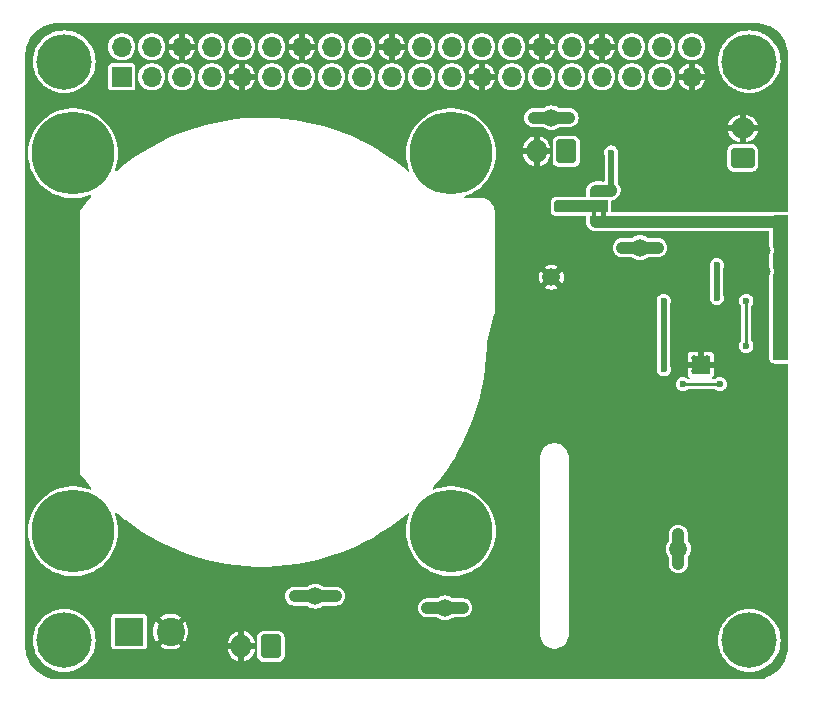
<source format=gbr>
%TF.GenerationSoftware,KiCad,Pcbnew,7.0.2*%
%TF.CreationDate,2023-08-03T10:05:33+01:00*%
%TF.ProjectId,ElectriPi,456c6563-7472-4695-9069-2e6b69636164,rev?*%
%TF.SameCoordinates,Original*%
%TF.FileFunction,Copper,L2,Bot*%
%TF.FilePolarity,Positive*%
%FSLAX46Y46*%
G04 Gerber Fmt 4.6, Leading zero omitted, Abs format (unit mm)*
G04 Created by KiCad (PCBNEW 7.0.2) date 2023-08-03 10:05:33*
%MOMM*%
%LPD*%
G01*
G04 APERTURE LIST*
G04 Aperture macros list*
%AMRoundRect*
0 Rectangle with rounded corners*
0 $1 Rounding radius*
0 $2 $3 $4 $5 $6 $7 $8 $9 X,Y pos of 4 corners*
0 Add a 4 corners polygon primitive as box body*
4,1,4,$2,$3,$4,$5,$6,$7,$8,$9,$2,$3,0*
0 Add four circle primitives for the rounded corners*
1,1,$1+$1,$2,$3*
1,1,$1+$1,$4,$5*
1,1,$1+$1,$6,$7*
1,1,$1+$1,$8,$9*
0 Add four rect primitives between the rounded corners*
20,1,$1+$1,$2,$3,$4,$5,0*
20,1,$1+$1,$4,$5,$6,$7,0*
20,1,$1+$1,$6,$7,$8,$9,0*
20,1,$1+$1,$8,$9,$2,$3,0*%
%AMFreePoly0*
4,1,19,0.550000,-0.750000,0.000000,-0.750000,0.000000,-0.744911,-0.071157,-0.744911,-0.207708,-0.704816,-0.327430,-0.627875,-0.420627,-0.520320,-0.479746,-0.390866,-0.500000,-0.250000,-0.500000,0.250000,-0.479746,0.390866,-0.420627,0.520320,-0.327430,0.627875,-0.207708,0.704816,-0.071157,0.744911,0.000000,0.744911,0.000000,0.750000,0.550000,0.750000,0.550000,-0.750000,0.550000,-0.750000,
$1*%
%AMFreePoly1*
4,1,19,0.000000,0.744911,0.071157,0.744911,0.207708,0.704816,0.327430,0.627875,0.420627,0.520320,0.479746,0.390866,0.500000,0.250000,0.500000,-0.250000,0.479746,-0.390866,0.420627,-0.520320,0.327430,-0.627875,0.207708,-0.704816,0.071157,-0.744911,0.000000,-0.744911,0.000000,-0.750000,-0.550000,-0.750000,-0.550000,0.750000,0.000000,0.750000,0.000000,0.744911,0.000000,0.744911,
$1*%
G04 Aperture macros list end*
%TA.AperFunction,ComponentPad*%
%ADD10RoundRect,0.250000X0.750000X-0.600000X0.750000X0.600000X-0.750000X0.600000X-0.750000X-0.600000X0*%
%TD*%
%TA.AperFunction,ComponentPad*%
%ADD11O,2.000000X1.700000*%
%TD*%
%TA.AperFunction,ComponentPad*%
%ADD12C,4.700000*%
%TD*%
%TA.AperFunction,ComponentPad*%
%ADD13RoundRect,0.250000X0.600000X0.750000X-0.600000X0.750000X-0.600000X-0.750000X0.600000X-0.750000X0*%
%TD*%
%TA.AperFunction,ComponentPad*%
%ADD14O,1.700000X2.000000*%
%TD*%
%TA.AperFunction,ComponentPad*%
%ADD15R,2.400000X2.400000*%
%TD*%
%TA.AperFunction,ComponentPad*%
%ADD16C,2.400000*%
%TD*%
%TA.AperFunction,ComponentPad*%
%ADD17C,0.500000*%
%TD*%
%TA.AperFunction,SMDPad,CuDef*%
%ADD18R,1.600000X1.600000*%
%TD*%
%TA.AperFunction,ComponentPad*%
%ADD19C,7.000000*%
%TD*%
%TA.AperFunction,SMDPad,CuDef*%
%ADD20C,1.500000*%
%TD*%
%TA.AperFunction,ComponentPad*%
%ADD21R,1.700000X1.700000*%
%TD*%
%TA.AperFunction,ComponentPad*%
%ADD22O,1.700000X1.700000*%
%TD*%
%TA.AperFunction,SMDPad,CuDef*%
%ADD23FreePoly0,90.000000*%
%TD*%
%TA.AperFunction,SMDPad,CuDef*%
%ADD24R,1.500000X1.000000*%
%TD*%
%TA.AperFunction,SMDPad,CuDef*%
%ADD25FreePoly1,90.000000*%
%TD*%
%TA.AperFunction,ViaPad*%
%ADD26C,0.600000*%
%TD*%
%TA.AperFunction,Conductor*%
%ADD27C,0.500000*%
%TD*%
%TA.AperFunction,Conductor*%
%ADD28C,0.250000*%
%TD*%
%TA.AperFunction,Conductor*%
%ADD29C,1.000000*%
%TD*%
G04 APERTURE END LIST*
%TA.AperFunction,EtchedComponent*%
%TO.C,JP1*%
G36*
X133800000Y-69900000D02*
G01*
X133400000Y-69900000D01*
X133400000Y-69400000D01*
X133800000Y-69400000D01*
X133800000Y-69900000D01*
G37*
%TD.AperFunction*%
%TA.AperFunction,EtchedComponent*%
G36*
X134600000Y-69900000D02*
G01*
X134200000Y-69900000D01*
X134200000Y-69400000D01*
X134600000Y-69400000D01*
X134600000Y-69900000D01*
G37*
%TD.AperFunction*%
%TD*%
D10*
%TO.P,J8,1,Pin_1*%
%TO.N,+5V*%
X146200000Y-64900000D03*
D11*
%TO.P,J8,2,Pin_2*%
%TO.N,GND*%
X146200000Y-62400000D03*
%TD*%
D12*
%TO.P,H2,1*%
%TO.N,N/C*%
X88750000Y-56750000D03*
%TD*%
D13*
%TO.P,J2,1,Pin_1*%
%TO.N,Net-(J1-Pin_1)*%
X106250000Y-106250000D03*
D14*
%TO.P,J2,2,Pin_2*%
%TO.N,GND*%
X103750000Y-106250000D03*
%TD*%
D15*
%TO.P,J1,1,Pin_1*%
%TO.N,Net-(J1-Pin_1)*%
X94250000Y-105000000D03*
D16*
%TO.P,J1,2,Pin_2*%
%TO.N,GND*%
X97750000Y-105000000D03*
%TD*%
D17*
%TO.P,IC2,21,PGND_4*%
%TO.N,GND*%
X142100000Y-82950000D03*
X143200000Y-82950000D03*
D18*
X142650000Y-82400000D03*
D17*
X142100000Y-81850000D03*
X143200000Y-81850000D03*
%TD*%
D13*
%TO.P,J3,1,Pin_1*%
%TO.N,Net-(J3-Pin_1)*%
X131250000Y-64350000D03*
D14*
%TO.P,J3,2,Pin_2*%
%TO.N,GND*%
X128750000Y-64350000D03*
%TD*%
D12*
%TO.P,H3,1*%
%TO.N,N/C*%
X146750000Y-56750000D03*
%TD*%
D19*
%TO.P,U2,1*%
%TO.N,N/C*%
X89500000Y-64500000D03*
%TO.P,U2,2*%
X121500000Y-64500000D03*
%TO.P,U2,3*%
X89500000Y-96500000D03*
%TO.P,U2,4*%
X121500000Y-96500000D03*
%TD*%
D12*
%TO.P,H1,1*%
%TO.N,N/C*%
X146750000Y-105750000D03*
%TD*%
%TO.P,H4,1*%
%TO.N,N/C*%
X88750000Y-105750000D03*
%TD*%
D20*
%TO.P,TP5,1,1*%
%TO.N,5V_PI*%
X130000000Y-61500000D03*
%TD*%
D21*
%TO.P,J6,1,3V3*%
%TO.N,unconnected-(J6-3V3-Pad1)*%
X93620000Y-58020000D03*
D22*
%TO.P,J6,2,5V*%
%TO.N,5V_PI*%
X93620000Y-55480000D03*
%TO.P,J6,3,SDA/GPIO2*%
%TO.N,unconnected-(J6-SDA{slash}GPIO2-Pad3)*%
X96160000Y-58020000D03*
%TO.P,J6,4,5V*%
%TO.N,5V_PI*%
X96160000Y-55480000D03*
%TO.P,J6,5,SCL/GPIO3*%
%TO.N,unconnected-(J6-SCL{slash}GPIO3-Pad5)*%
X98700000Y-58020000D03*
%TO.P,J6,6,GND*%
%TO.N,GND*%
X98700000Y-55480000D03*
%TO.P,J6,7,GCLK0/GPIO4*%
%TO.N,unconnected-(J6-GCLK0{slash}GPIO4-Pad7)*%
X101240000Y-58020000D03*
%TO.P,J6,8,GPIO14/TXD*%
%TO.N,unconnected-(J6-GPIO14{slash}TXD-Pad8)*%
X101240000Y-55480000D03*
%TO.P,J6,9,GND*%
%TO.N,GND*%
X103780000Y-58020000D03*
%TO.P,J6,10,GPIO15/RXD*%
%TO.N,unconnected-(J6-GPIO15{slash}RXD-Pad10)*%
X103780000Y-55480000D03*
%TO.P,J6,11,GPIO17*%
%TO.N,unconnected-(J6-GPIO17-Pad11)*%
X106320000Y-58020000D03*
%TO.P,J6,12,GPIO18/PWM0*%
%TO.N,unconnected-(J6-GPIO18{slash}PWM0-Pad12)*%
X106320000Y-55480000D03*
%TO.P,J6,13,GPIO27*%
%TO.N,unconnected-(J6-GPIO27-Pad13)*%
X108860000Y-58020000D03*
%TO.P,J6,14,GND*%
%TO.N,GND*%
X108860000Y-55480000D03*
%TO.P,J6,15,GPIO22*%
%TO.N,unconnected-(J6-GPIO22-Pad15)*%
X111400000Y-58020000D03*
%TO.P,J6,16,GPIO23*%
%TO.N,unconnected-(J6-GPIO23-Pad16)*%
X111400000Y-55480000D03*
%TO.P,J6,17,3V3*%
%TO.N,unconnected-(J6-3V3-Pad17)*%
X113940000Y-58020000D03*
%TO.P,J6,18,GPIO24*%
%TO.N,unconnected-(J6-GPIO24-Pad18)*%
X113940000Y-55480000D03*
%TO.P,J6,19,MOSI0/GPIO10*%
%TO.N,unconnected-(J6-MOSI0{slash}GPIO10-Pad19)*%
X116480000Y-58020000D03*
%TO.P,J6,20,GND*%
%TO.N,GND*%
X116480000Y-55480000D03*
%TO.P,J6,21,MISO0/GPIO9*%
%TO.N,unconnected-(J6-MISO0{slash}GPIO9-Pad21)*%
X119020000Y-58020000D03*
%TO.P,J6,22,GPIO25*%
%TO.N,unconnected-(J6-GPIO25-Pad22)*%
X119020000Y-55480000D03*
%TO.P,J6,23,SCLK0/GPIO11*%
%TO.N,unconnected-(J6-SCLK0{slash}GPIO11-Pad23)*%
X121560000Y-58020000D03*
%TO.P,J6,24,~{CE0}/GPIO8*%
%TO.N,unconnected-(J6-~{CE0}{slash}GPIO8-Pad24)*%
X121560000Y-55480000D03*
%TO.P,J6,25,GND*%
%TO.N,GND*%
X124100000Y-58020000D03*
%TO.P,J6,26,~{CE1}/GPIO7*%
%TO.N,unconnected-(J6-~{CE1}{slash}GPIO7-Pad26)*%
X124100000Y-55480000D03*
%TO.P,J6,27,ID_SD/GPIO0*%
%TO.N,unconnected-(J6-ID_SD{slash}GPIO0-Pad27)*%
X126640000Y-58020000D03*
%TO.P,J6,28,ID_SC/GPIO1*%
%TO.N,unconnected-(J6-ID_SC{slash}GPIO1-Pad28)*%
X126640000Y-55480000D03*
%TO.P,J6,29,GCLK1/GPIO5*%
%TO.N,unconnected-(J6-GCLK1{slash}GPIO5-Pad29)*%
X129180000Y-58020000D03*
%TO.P,J6,30,GND*%
%TO.N,GND*%
X129180000Y-55480000D03*
%TO.P,J6,31,GCLK2/GPIO6*%
%TO.N,unconnected-(J6-GCLK2{slash}GPIO6-Pad31)*%
X131720000Y-58020000D03*
%TO.P,J6,32,PWM0/GPIO12*%
%TO.N,unconnected-(J6-PWM0{slash}GPIO12-Pad32)*%
X131720000Y-55480000D03*
%TO.P,J6,33,PWM1/GPIO13*%
%TO.N,unconnected-(J6-PWM1{slash}GPIO13-Pad33)*%
X134260000Y-58020000D03*
%TO.P,J6,34,GND*%
%TO.N,GND*%
X134260000Y-55480000D03*
%TO.P,J6,35,GPIO19/MISO1*%
%TO.N,unconnected-(J6-GPIO19{slash}MISO1-Pad35)*%
X136800000Y-58020000D03*
%TO.P,J6,36,GPIO16*%
%TO.N,unconnected-(J6-GPIO16-Pad36)*%
X136800000Y-55480000D03*
%TO.P,J6,37,GPIO26*%
%TO.N,unconnected-(J6-GPIO26-Pad37)*%
X139340000Y-58020000D03*
%TO.P,J6,38,GPIO20/MOSI1*%
%TO.N,unconnected-(J6-GPIO20{slash}MOSI1-Pad38)*%
X139340000Y-55480000D03*
%TO.P,J6,39,GND*%
%TO.N,GND*%
X141880000Y-58020000D03*
%TO.P,J6,40,GPIO21/SCLK1*%
%TO.N,unconnected-(J6-GPIO21{slash}SCLK1-Pad40)*%
X141880000Y-55480000D03*
%TD*%
D23*
%TO.P,JP1,1,A*%
%TO.N,Vin*%
X134000000Y-70300000D03*
D24*
%TO.P,JP1,2,C*%
%TO.N,Net-(J3-Pin_1)*%
X134000000Y-69000000D03*
D25*
%TO.P,JP1,3,B*%
%TO.N,+5V*%
X134000000Y-67700000D03*
%TD*%
D20*
%TO.P,TP4,1,1*%
%TO.N,Vin*%
X140750000Y-98000000D03*
%TD*%
%TO.P,TP1,1,1*%
%TO.N,+5V*%
X137500000Y-72500000D03*
%TD*%
%TO.P,TP6,1,1*%
%TO.N,GND*%
X130000000Y-75000000D03*
%TD*%
%TO.P,TP2,1,1*%
%TO.N,Net-(J1-Pin_1)*%
X110000000Y-102000000D03*
%TD*%
%TO.P,TP3,1,1*%
%TO.N,Net-(D1-A2)*%
X121000000Y-103000000D03*
%TD*%
D26*
%TO.N,VCC*%
X139500000Y-82800000D03*
X146500000Y-77000000D03*
X146500000Y-80800000D03*
X139500000Y-77000000D03*
%TO.N,GND*%
X141500000Y-65450000D03*
X147500000Y-84500000D03*
X136000000Y-62050000D03*
X126250000Y-73750000D03*
X146250000Y-83750000D03*
X126250000Y-73000000D03*
X133750000Y-97000000D03*
X147500000Y-87500000D03*
X146500000Y-85000000D03*
X135000000Y-95750000D03*
X145750000Y-83250000D03*
X144250000Y-81050000D03*
X146500000Y-89500000D03*
X143500000Y-60350000D03*
X126250000Y-70000000D03*
X136250000Y-95750000D03*
X132250000Y-99500000D03*
X142500000Y-61350000D03*
X145750000Y-84250000D03*
X133750000Y-98000000D03*
X135000000Y-97000000D03*
X142500000Y-63350000D03*
X141500000Y-67450000D03*
X140750000Y-80000000D03*
X145750000Y-85000000D03*
X148250000Y-72750000D03*
X145250000Y-83750000D03*
X141500000Y-68450000D03*
X142500000Y-60350000D03*
X132250000Y-98000000D03*
X100250000Y-101750000D03*
X132250000Y-97000000D03*
X141500000Y-66450000D03*
X146750000Y-83250000D03*
X136250000Y-91500000D03*
X127000000Y-70750000D03*
X142500000Y-62350000D03*
X147500000Y-88500000D03*
X146500000Y-85750000D03*
X126250000Y-76750000D03*
X128750000Y-68000000D03*
X140000000Y-68450000D03*
X135000000Y-91500000D03*
X146750000Y-84250000D03*
X136250000Y-94250000D03*
X145250000Y-82750000D03*
X143500000Y-62350000D03*
X145750000Y-85750000D03*
X126250000Y-77500000D03*
X146250000Y-82750000D03*
X133750000Y-91500000D03*
X132250000Y-91500000D03*
X136250000Y-98000000D03*
X147500000Y-78250000D03*
X147500000Y-89500000D03*
X140750000Y-80750000D03*
X126250000Y-72250000D03*
X146500000Y-88500000D03*
X133750000Y-95750000D03*
X126250000Y-76000000D03*
X136250000Y-92750000D03*
X143500000Y-63350000D03*
X143500000Y-61350000D03*
X127000000Y-70000000D03*
X136250000Y-97000000D03*
X135000000Y-98000000D03*
X147500000Y-83500000D03*
X140500000Y-67450000D03*
X132250000Y-95750000D03*
X142500000Y-106750000D03*
X126250000Y-75250000D03*
X126250000Y-70750000D03*
X132250000Y-101000000D03*
X148250000Y-74500000D03*
X147500000Y-85500000D03*
X143500000Y-104750000D03*
X146500000Y-86500000D03*
X127000000Y-71500000D03*
X147500000Y-86500000D03*
X126250000Y-71500000D03*
X126250000Y-74500000D03*
X146500000Y-87500000D03*
%TO.N,+5V*%
X144000000Y-76750000D03*
X136000000Y-72500000D03*
X135050000Y-64450000D03*
X135050000Y-67650000D03*
X144000000Y-74000000D03*
X139000000Y-72500000D03*
%TO.N,Vin*%
X149500000Y-80500000D03*
X149500000Y-79750000D03*
X140750000Y-96750000D03*
X149500000Y-81250000D03*
X149500000Y-79000000D03*
X140750000Y-99250000D03*
%TO.N,5V_PI*%
X128500000Y-61500000D03*
X131500000Y-61500000D03*
%TO.N,Net-(J1-Pin_1)*%
X108250000Y-102000000D03*
X111750000Y-102000000D03*
%TO.N,SW*%
X144250000Y-84050000D03*
X141125500Y-84050000D03*
%TO.N,Net-(J3-Pin_1)*%
X130750000Y-69000000D03*
X131750000Y-69000000D03*
%TO.N,Net-(D1-A2)*%
X122500000Y-103000000D03*
X119500000Y-103000000D03*
%TD*%
D27*
%TO.N,VCC*%
X139500000Y-77000000D02*
X139500000Y-82800000D01*
D28*
X146500000Y-80800000D02*
X146500000Y-77000000D01*
D27*
%TO.N,+5V*%
X135050000Y-67650000D02*
X135050000Y-64450000D01*
D29*
X135000000Y-67700000D02*
X135050000Y-67650000D01*
X134000000Y-67700000D02*
X135000000Y-67700000D01*
D27*
X144000000Y-76750000D02*
X144000000Y-74000000D01*
D29*
X139000000Y-72500000D02*
X137500000Y-72500000D01*
X136000000Y-72500000D02*
X137500000Y-72500000D01*
%TO.N,Vin*%
X149200000Y-70300000D02*
X134000000Y-70300000D01*
X140750000Y-96750000D02*
X140750000Y-99250000D01*
%TO.N,5V_PI*%
X130000000Y-61500000D02*
X131500000Y-61500000D01*
X130000000Y-61500000D02*
X128500000Y-61500000D01*
%TO.N,Net-(J1-Pin_1)*%
X108250000Y-102000000D02*
X110000000Y-102000000D01*
X110000000Y-102000000D02*
X111750000Y-102000000D01*
D28*
%TO.N,SW*%
X141125500Y-84050000D02*
X144250000Y-84050000D01*
D29*
%TO.N,Net-(J3-Pin_1)*%
X130750000Y-69000000D02*
X134000000Y-69000000D01*
%TO.N,Net-(D1-A2)*%
X121000000Y-103000000D02*
X122500000Y-103000000D01*
X121000000Y-103000000D02*
X119500000Y-103000000D01*
%TD*%
%TA.AperFunction,Conductor*%
%TO.N,Net-(J3-Pin_1)*%
G36*
X132012040Y-68502408D02*
G01*
X132400319Y-68580063D01*
X132462195Y-68612513D01*
X132496706Y-68673264D01*
X132500000Y-68701655D01*
X132500000Y-69298344D01*
X132480315Y-69365383D01*
X132427511Y-69411138D01*
X132400319Y-69419936D01*
X132206180Y-69458764D01*
X132012039Y-69497592D01*
X131987722Y-69500000D01*
X130374000Y-69500000D01*
X130306961Y-69480315D01*
X130261206Y-69427511D01*
X130250000Y-69376000D01*
X130250000Y-68624000D01*
X130269685Y-68556961D01*
X130322489Y-68511206D01*
X130374000Y-68500000D01*
X131987722Y-68500000D01*
X132012040Y-68502408D01*
G37*
%TD.AperFunction*%
%TD*%
%TA.AperFunction,Conductor*%
%TO.N,Vin*%
G36*
X149992539Y-69769685D02*
G01*
X150038294Y-69822489D01*
X150049500Y-69874000D01*
X150049500Y-81876000D01*
X150029815Y-81943039D01*
X149977011Y-81988794D01*
X149925500Y-82000000D01*
X148874000Y-82000000D01*
X148806961Y-81980315D01*
X148761206Y-81927511D01*
X148750000Y-81876000D01*
X148750000Y-74876909D01*
X148769685Y-74809870D01*
X148774406Y-74803153D01*
X148774534Y-74802843D01*
X148774536Y-74802841D01*
X148835044Y-74656762D01*
X148855682Y-74500000D01*
X148835044Y-74343238D01*
X148774536Y-74197159D01*
X148774535Y-74197158D01*
X148768289Y-74182078D01*
X148769113Y-74181736D01*
X148750429Y-74133400D01*
X148750000Y-74123090D01*
X148750000Y-73126909D01*
X148769685Y-73059870D01*
X148774406Y-73053153D01*
X148774534Y-73052843D01*
X148774536Y-73052841D01*
X148835044Y-72906762D01*
X148855682Y-72750000D01*
X148835044Y-72593238D01*
X148774536Y-72447159D01*
X148774535Y-72447158D01*
X148768289Y-72432078D01*
X148769113Y-72431736D01*
X148750429Y-72383400D01*
X148750000Y-72373090D01*
X148750000Y-69874000D01*
X148769685Y-69806961D01*
X148822489Y-69761206D01*
X148874000Y-69750000D01*
X149925500Y-69750000D01*
X149992539Y-69769685D01*
G37*
%TD.AperFunction*%
%TD*%
%TA.AperFunction,Conductor*%
%TO.N,GND*%
G36*
X147252777Y-53450655D02*
G01*
X147557898Y-53467791D01*
X147568921Y-53469033D01*
X147867476Y-53519759D01*
X147878270Y-53522222D01*
X148169279Y-53606061D01*
X148179750Y-53609725D01*
X148459523Y-53725611D01*
X148469525Y-53730428D01*
X148734555Y-53876905D01*
X148743955Y-53882811D01*
X148990930Y-54058049D01*
X148999610Y-54064972D01*
X149225399Y-54266750D01*
X149233249Y-54274600D01*
X149435027Y-54500389D01*
X149441950Y-54509069D01*
X149617188Y-54756044D01*
X149623094Y-54765444D01*
X149769571Y-55030474D01*
X149774388Y-55040476D01*
X149890272Y-55320245D01*
X149893939Y-55330724D01*
X149977773Y-55621714D01*
X149980243Y-55632538D01*
X150030965Y-55931073D01*
X150032208Y-55942105D01*
X150049344Y-56247221D01*
X150049500Y-56252772D01*
X150049500Y-69348076D01*
X150030593Y-69406267D01*
X149981093Y-69442231D01*
X149936413Y-69446069D01*
X149927461Y-69444782D01*
X149925500Y-69444500D01*
X148874000Y-69444500D01*
X148871382Y-69444781D01*
X148871372Y-69444782D01*
X148811688Y-69451199D01*
X148811681Y-69451200D01*
X148809059Y-69451482D01*
X148806476Y-69452043D01*
X148806469Y-69452045D01*
X148759117Y-69462346D01*
X148759097Y-69462350D01*
X148757548Y-69462688D01*
X148756020Y-69463126D01*
X148756005Y-69463130D01*
X148719342Y-69473645D01*
X148698290Y-69485958D01*
X148648311Y-69499500D01*
X135149500Y-69499500D01*
X135091309Y-69480593D01*
X135055345Y-69431093D01*
X135050500Y-69400500D01*
X135050499Y-68588510D01*
X135069406Y-68530319D01*
X135118906Y-68494355D01*
X135127428Y-68492002D01*
X135128536Y-68491748D01*
X135128838Y-68491679D01*
X135139813Y-68489811D01*
X135179255Y-68485368D01*
X135216718Y-68472258D01*
X135227368Y-68469190D01*
X135266061Y-68460360D01*
X135301819Y-68443139D01*
X135312058Y-68438897D01*
X135349522Y-68425789D01*
X135383132Y-68404669D01*
X135392826Y-68399311D01*
X135428587Y-68382091D01*
X135459607Y-68357351D01*
X135468661Y-68350928D01*
X135502262Y-68329816D01*
X135629816Y-68202262D01*
X135629816Y-68202260D01*
X135637966Y-68194111D01*
X135637974Y-68194102D01*
X135645858Y-68186219D01*
X135645858Y-68186217D01*
X135647826Y-68184251D01*
X135732092Y-68078586D01*
X135810360Y-67916061D01*
X135850500Y-67740194D01*
X135850500Y-67559805D01*
X135846434Y-67541988D01*
X135810360Y-67383938D01*
X135732091Y-67221411D01*
X135622099Y-67083485D01*
X135600600Y-67026201D01*
X135600500Y-67021760D01*
X135600500Y-65543102D01*
X144899500Y-65543102D01*
X144899850Y-65546019D01*
X144899851Y-65546030D01*
X144910122Y-65631562D01*
X144965639Y-65772343D01*
X145057077Y-65892922D01*
X145177656Y-65984360D01*
X145177657Y-65984360D01*
X145177658Y-65984361D01*
X145318436Y-66039877D01*
X145406898Y-66050500D01*
X145409850Y-66050500D01*
X146990150Y-66050500D01*
X146993102Y-66050500D01*
X147081564Y-66039877D01*
X147222342Y-65984361D01*
X147342922Y-65892922D01*
X147434361Y-65772342D01*
X147489877Y-65631564D01*
X147500500Y-65543102D01*
X147500500Y-64256898D01*
X147489877Y-64168436D01*
X147434361Y-64027658D01*
X147434360Y-64027657D01*
X147434360Y-64027656D01*
X147342922Y-63907077D01*
X147222343Y-63815639D01*
X147081562Y-63760122D01*
X146996030Y-63749851D01*
X146996019Y-63749850D01*
X146993102Y-63749500D01*
X145406898Y-63749500D01*
X145403981Y-63749850D01*
X145403969Y-63749851D01*
X145318437Y-63760122D01*
X145177656Y-63815639D01*
X145057077Y-63907077D01*
X144965639Y-64027656D01*
X144910122Y-64168437D01*
X144899851Y-64253969D01*
X144899850Y-64253981D01*
X144899500Y-64256898D01*
X144899500Y-65543102D01*
X135600500Y-65543102D01*
X135600500Y-64709850D01*
X135608036Y-64671964D01*
X135635044Y-64606761D01*
X135635407Y-64604001D01*
X135655682Y-64450000D01*
X135635044Y-64293238D01*
X135574536Y-64147159D01*
X135547959Y-64112523D01*
X135478282Y-64021717D01*
X135352841Y-63925464D01*
X135206761Y-63864955D01*
X135050000Y-63844318D01*
X134893238Y-63864955D01*
X134747158Y-63925464D01*
X134621717Y-64021717D01*
X134525464Y-64147158D01*
X134464955Y-64293238D01*
X134444318Y-64450000D01*
X134464955Y-64606761D01*
X134491964Y-64671964D01*
X134499500Y-64709850D01*
X134499500Y-66800500D01*
X134480593Y-66858691D01*
X134431093Y-66894655D01*
X134400500Y-66899500D01*
X134350906Y-66899500D01*
X134336816Y-66898492D01*
X134293508Y-66892265D01*
X134293507Y-66892265D01*
X134206494Y-66892265D01*
X134199384Y-66893287D01*
X134185296Y-66894295D01*
X133814704Y-66894295D01*
X133800615Y-66893287D01*
X133793506Y-66892265D01*
X133706493Y-66892265D01*
X133706490Y-66892265D01*
X133564182Y-66912725D01*
X133480684Y-66937242D01*
X133349905Y-66996968D01*
X133276710Y-67044007D01*
X133168042Y-67138167D01*
X133111062Y-67203925D01*
X133033333Y-67324875D01*
X132997185Y-67404029D01*
X132956676Y-67541988D01*
X132944295Y-67628107D01*
X132944295Y-68100500D01*
X132925388Y-68158691D01*
X132875888Y-68194655D01*
X132845295Y-68199500D01*
X132056894Y-68199500D01*
X132042366Y-68198426D01*
X132044564Y-68198726D01*
X132043371Y-68198577D01*
X132042144Y-68198395D01*
X132040917Y-68198273D01*
X132040905Y-68198272D01*
X132019043Y-68196107D01*
X132019022Y-68196105D01*
X132017826Y-68195987D01*
X132016614Y-68195927D01*
X132016599Y-68195926D01*
X131988970Y-68194561D01*
X131988944Y-68194560D01*
X131987722Y-68194500D01*
X130374000Y-68194500D01*
X130371382Y-68194781D01*
X130371372Y-68194782D01*
X130311688Y-68201199D01*
X130311681Y-68201200D01*
X130309059Y-68201482D01*
X130306476Y-68202043D01*
X130306469Y-68202045D01*
X130259117Y-68212346D01*
X130259097Y-68212350D01*
X130257548Y-68212688D01*
X130256020Y-68213126D01*
X130256005Y-68213130D01*
X130219342Y-68223645D01*
X130122431Y-68280323D01*
X130100303Y-68299497D01*
X130069625Y-68326080D01*
X130067918Y-68327890D01*
X130067909Y-68327899D01*
X130027446Y-68370812D01*
X129976562Y-68470885D01*
X129956875Y-68537932D01*
X129944500Y-68623998D01*
X129944500Y-68993864D01*
X129944154Y-69000008D01*
X129944500Y-69006144D01*
X129944500Y-69376000D01*
X129944781Y-69378618D01*
X129944782Y-69378627D01*
X129947134Y-69400500D01*
X129951482Y-69440941D01*
X129952044Y-69443525D01*
X129952045Y-69443530D01*
X129958596Y-69473646D01*
X129962688Y-69492452D01*
X129963128Y-69493986D01*
X129963130Y-69493994D01*
X129973645Y-69530657D01*
X130030323Y-69627568D01*
X130030325Y-69627571D01*
X130076080Y-69680375D01*
X130077899Y-69682090D01*
X130120812Y-69722553D01*
X130220885Y-69773437D01*
X130220889Y-69773439D01*
X130287928Y-69793124D01*
X130347760Y-69801727D01*
X130373999Y-69805500D01*
X130374000Y-69805500D01*
X131986481Y-69805500D01*
X131987722Y-69805500D01*
X132017827Y-69804013D01*
X132042144Y-69801605D01*
X132043367Y-69801422D01*
X132044575Y-69801273D01*
X132042274Y-69801587D01*
X132056897Y-69800500D01*
X132845295Y-69800500D01*
X132903486Y-69819407D01*
X132939450Y-69868907D01*
X132944295Y-69899500D01*
X132944295Y-70371892D01*
X132956676Y-70458011D01*
X132997185Y-70595970D01*
X133033333Y-70675124D01*
X133111062Y-70796074D01*
X133168042Y-70861832D01*
X133168044Y-70861833D01*
X133168046Y-70861836D01*
X133276707Y-70955990D01*
X133276709Y-70955991D01*
X133276710Y-70955992D01*
X133349905Y-71003031D01*
X133480684Y-71062757D01*
X133480688Y-71062758D01*
X133480690Y-71062759D01*
X133564178Y-71087273D01*
X133564179Y-71087273D01*
X133564182Y-71087274D01*
X133706490Y-71107735D01*
X133706493Y-71107735D01*
X133793506Y-71107735D01*
X133800615Y-71106712D01*
X133814704Y-71105705D01*
X134185296Y-71105705D01*
X134199384Y-71106712D01*
X134206494Y-71107735D01*
X134293508Y-71107735D01*
X134336816Y-71101508D01*
X134350906Y-71100500D01*
X148345500Y-71100500D01*
X148403691Y-71119407D01*
X148439655Y-71168907D01*
X148444500Y-71199500D01*
X148444500Y-72373090D01*
X148444516Y-72374136D01*
X148444764Y-72385791D01*
X148444801Y-72386783D01*
X148445190Y-72396089D01*
X148465476Y-72493547D01*
X148482131Y-72536634D01*
X148485168Y-72546874D01*
X148486044Y-72548988D01*
X148532420Y-72660951D01*
X148539108Y-72685909D01*
X148545845Y-72737076D01*
X148545845Y-72762922D01*
X148539109Y-72814085D01*
X148532420Y-72839048D01*
X148477937Y-72970579D01*
X148476686Y-72973371D01*
X148456875Y-73040841D01*
X148444500Y-73126907D01*
X148444500Y-74123090D01*
X148444516Y-74124136D01*
X148444764Y-74135791D01*
X148444801Y-74136783D01*
X148445190Y-74146089D01*
X148465476Y-74243547D01*
X148482131Y-74286634D01*
X148485168Y-74296874D01*
X148486044Y-74298988D01*
X148532420Y-74410951D01*
X148539108Y-74435911D01*
X148545844Y-74487079D01*
X148545844Y-74512921D01*
X148539109Y-74564083D01*
X148532420Y-74589048D01*
X148477937Y-74720579D01*
X148476686Y-74723371D01*
X148476561Y-74723798D01*
X148456876Y-74790837D01*
X148444500Y-74876909D01*
X148444500Y-81876000D01*
X148444781Y-81878618D01*
X148444782Y-81878627D01*
X148450850Y-81935065D01*
X148451482Y-81940941D01*
X148452044Y-81943525D01*
X148452045Y-81943530D01*
X148453452Y-81950000D01*
X148462688Y-81992452D01*
X148463128Y-81993986D01*
X148463130Y-81993994D01*
X148473645Y-82030657D01*
X148473646Y-82030658D01*
X148530325Y-82127571D01*
X148576080Y-82180375D01*
X148577899Y-82182090D01*
X148620812Y-82222553D01*
X148720885Y-82273437D01*
X148720889Y-82273439D01*
X148787928Y-82293124D01*
X148856785Y-82303024D01*
X148873999Y-82305500D01*
X148874000Y-82305500D01*
X149922854Y-82305500D01*
X149925500Y-82305500D01*
X149939912Y-82303950D01*
X149999790Y-82316524D01*
X150040842Y-82361894D01*
X150049500Y-82402382D01*
X150049500Y-106247226D01*
X150049344Y-106252777D01*
X150032208Y-106557894D01*
X150030965Y-106568926D01*
X149980243Y-106867461D01*
X149977773Y-106878285D01*
X149893939Y-107169275D01*
X149890272Y-107179754D01*
X149774388Y-107459523D01*
X149769571Y-107469525D01*
X149623094Y-107734555D01*
X149617188Y-107743955D01*
X149441950Y-107990930D01*
X149435027Y-107999610D01*
X149233249Y-108225399D01*
X149225399Y-108233249D01*
X148999610Y-108435027D01*
X148990930Y-108441950D01*
X148743955Y-108617188D01*
X148734555Y-108623094D01*
X148469525Y-108769571D01*
X148459523Y-108774388D01*
X148179754Y-108890272D01*
X148169275Y-108893939D01*
X147878285Y-108977773D01*
X147867461Y-108980243D01*
X147568926Y-109030965D01*
X147557894Y-109032208D01*
X147252778Y-109049344D01*
X147247227Y-109049500D01*
X88252773Y-109049500D01*
X88247222Y-109049344D01*
X87942105Y-109032208D01*
X87931073Y-109030965D01*
X87632538Y-108980243D01*
X87621716Y-108977773D01*
X87547239Y-108956317D01*
X87330724Y-108893939D01*
X87320245Y-108890272D01*
X87040476Y-108774388D01*
X87030474Y-108769571D01*
X86765444Y-108623094D01*
X86756044Y-108617188D01*
X86509069Y-108441950D01*
X86500389Y-108435027D01*
X86274600Y-108233249D01*
X86266750Y-108225399D01*
X86064972Y-107999610D01*
X86058049Y-107990930D01*
X85882811Y-107743955D01*
X85876905Y-107734555D01*
X85730428Y-107469525D01*
X85725611Y-107459523D01*
X85609727Y-107179754D01*
X85606060Y-107169275D01*
X85522222Y-106878270D01*
X85519759Y-106867476D01*
X85469033Y-106568921D01*
X85467791Y-106557894D01*
X85464764Y-106504001D01*
X85450656Y-106252777D01*
X85450500Y-106247226D01*
X85450500Y-105750000D01*
X86094655Y-105750000D01*
X86114015Y-106070066D01*
X86114552Y-106072999D01*
X86114554Y-106073011D01*
X86150652Y-106269989D01*
X86171814Y-106385466D01*
X86172699Y-106388306D01*
X86172702Y-106388318D01*
X86232682Y-106580798D01*
X86267209Y-106691598D01*
X86398809Y-106984000D01*
X86400355Y-106986558D01*
X86400357Y-106986561D01*
X86563142Y-107255842D01*
X86563148Y-107255851D01*
X86564694Y-107258408D01*
X86566538Y-107260761D01*
X86566541Y-107260766D01*
X86575611Y-107272343D01*
X86762446Y-107510819D01*
X86989181Y-107737554D01*
X87241592Y-107935306D01*
X87244152Y-107936853D01*
X87244157Y-107936857D01*
X87341099Y-107995460D01*
X87516000Y-108101191D01*
X87808402Y-108232791D01*
X88114534Y-108328186D01*
X88429934Y-108385985D01*
X88750000Y-108405345D01*
X89070066Y-108385985D01*
X89385466Y-108328186D01*
X89691598Y-108232791D01*
X89984000Y-108101191D01*
X90258408Y-107935306D01*
X90510819Y-107737554D01*
X90737554Y-107510819D01*
X90935306Y-107258408D01*
X91101191Y-106984000D01*
X91232791Y-106691598D01*
X91291249Y-106504000D01*
X102604710Y-106504000D01*
X102614738Y-106612216D01*
X102673064Y-106817210D01*
X102768059Y-107007988D01*
X102896500Y-107178069D01*
X103054000Y-107321650D01*
X103235206Y-107433848D01*
X103433941Y-107510839D01*
X103495999Y-107522439D01*
X103496000Y-107522439D01*
X103496000Y-106683674D01*
X103607685Y-106734680D01*
X103714237Y-106750000D01*
X103785763Y-106750000D01*
X103892315Y-106734680D01*
X104004000Y-106683674D01*
X104004000Y-107522439D01*
X104066058Y-107510839D01*
X104264793Y-107433848D01*
X104445999Y-107321650D01*
X104603499Y-107178069D01*
X104705423Y-107043102D01*
X105099500Y-107043102D01*
X105099850Y-107046019D01*
X105099851Y-107046030D01*
X105110122Y-107131562D01*
X105165639Y-107272343D01*
X105257077Y-107392922D01*
X105377656Y-107484360D01*
X105377657Y-107484360D01*
X105377658Y-107484361D01*
X105518436Y-107539877D01*
X105606898Y-107550500D01*
X105609850Y-107550500D01*
X106890150Y-107550500D01*
X106893102Y-107550500D01*
X106981564Y-107539877D01*
X107122342Y-107484361D01*
X107242922Y-107392922D01*
X107334361Y-107272342D01*
X107389877Y-107131564D01*
X107400500Y-107043102D01*
X107400500Y-105456898D01*
X107389877Y-105368436D01*
X107334361Y-105227658D01*
X107334360Y-105227657D01*
X107334360Y-105227656D01*
X107242922Y-105107077D01*
X107122343Y-105015639D01*
X106981562Y-104960122D01*
X106896030Y-104949851D01*
X106896019Y-104949850D01*
X106893102Y-104949500D01*
X105606898Y-104949500D01*
X105603981Y-104949850D01*
X105603969Y-104949851D01*
X105518437Y-104960122D01*
X105377656Y-105015639D01*
X105257077Y-105107077D01*
X105165639Y-105227656D01*
X105110122Y-105368437D01*
X105099851Y-105453969D01*
X105099850Y-105453981D01*
X105099500Y-105456898D01*
X105099500Y-107043102D01*
X104705423Y-107043102D01*
X104731940Y-107007988D01*
X104826935Y-106817210D01*
X104885261Y-106612216D01*
X104895290Y-106504000D01*
X104181116Y-106504000D01*
X104209493Y-106459844D01*
X104250000Y-106321889D01*
X104250000Y-106178111D01*
X104209493Y-106040156D01*
X104181116Y-105996000D01*
X104895289Y-105996000D01*
X104885261Y-105887783D01*
X104826935Y-105682789D01*
X104731940Y-105492011D01*
X104603499Y-105321930D01*
X104445999Y-105178349D01*
X104264793Y-105066151D01*
X104066058Y-104989161D01*
X104004000Y-104977560D01*
X104004000Y-105816325D01*
X103892315Y-105765320D01*
X103785763Y-105750000D01*
X103714237Y-105750000D01*
X103607685Y-105765320D01*
X103496000Y-105816325D01*
X103496000Y-104977560D01*
X103433941Y-104989161D01*
X103235206Y-105066151D01*
X103054000Y-105178349D01*
X102896500Y-105321930D01*
X102768059Y-105492011D01*
X102673064Y-105682789D01*
X102614738Y-105887783D01*
X102604710Y-105996000D01*
X103318884Y-105996000D01*
X103290507Y-106040156D01*
X103250000Y-106178111D01*
X103250000Y-106321889D01*
X103290507Y-106459844D01*
X103318884Y-106504000D01*
X102604710Y-106504000D01*
X91291249Y-106504000D01*
X91328186Y-106385466D01*
X91354472Y-106242025D01*
X92749500Y-106242025D01*
X92749501Y-106244864D01*
X92749828Y-106247687D01*
X92749829Y-106247697D01*
X92752415Y-106269990D01*
X92797793Y-106372764D01*
X92797794Y-106372765D01*
X92877235Y-106452206D01*
X92980009Y-106497585D01*
X93005135Y-106500500D01*
X95494864Y-106500499D01*
X95519991Y-106497585D01*
X95622765Y-106452206D01*
X95702206Y-106372765D01*
X95747585Y-106269991D01*
X95750500Y-106244865D01*
X95750499Y-105000000D01*
X96244859Y-105000000D01*
X96265387Y-105247736D01*
X96326411Y-105488716D01*
X96426268Y-105716367D01*
X96524328Y-105866458D01*
X97185568Y-105205217D01*
X97225901Y-105302588D01*
X97322075Y-105427925D01*
X97447412Y-105524099D01*
X97544780Y-105564429D01*
X96883124Y-106226086D01*
X96926767Y-106260055D01*
X97145390Y-106378367D01*
X97380508Y-106459083D01*
X97625708Y-106500000D01*
X97874292Y-106500000D01*
X98119491Y-106459083D01*
X98354606Y-106378368D01*
X98573235Y-106260052D01*
X98616874Y-106226086D01*
X97955218Y-105564430D01*
X98052588Y-105524099D01*
X98177925Y-105427925D01*
X98274099Y-105302589D01*
X98314430Y-105205218D01*
X98975671Y-105866459D01*
X99073729Y-105716371D01*
X99173588Y-105488716D01*
X99234612Y-105247736D01*
X99255140Y-104999999D01*
X99234612Y-104752263D01*
X99173588Y-104511283D01*
X99073729Y-104283628D01*
X98975671Y-104133539D01*
X98314429Y-104794780D01*
X98274099Y-104697412D01*
X98177925Y-104572075D01*
X98052588Y-104475901D01*
X97955217Y-104435568D01*
X98616874Y-103773912D01*
X98573232Y-103739944D01*
X98354609Y-103621632D01*
X98119491Y-103540916D01*
X97874292Y-103500000D01*
X97625708Y-103500000D01*
X97380508Y-103540916D01*
X97145390Y-103621632D01*
X96926768Y-103739944D01*
X96883124Y-103773912D01*
X97544781Y-104435569D01*
X97447412Y-104475901D01*
X97322075Y-104572075D01*
X97225901Y-104697411D01*
X97185569Y-104794781D01*
X96524328Y-104133540D01*
X96426268Y-104283632D01*
X96326411Y-104511283D01*
X96265387Y-104752263D01*
X96244859Y-105000000D01*
X95750499Y-105000000D01*
X95750499Y-103755136D01*
X95747585Y-103730009D01*
X95702206Y-103627235D01*
X95622765Y-103547794D01*
X95622764Y-103547793D01*
X95519989Y-103502414D01*
X95497714Y-103499830D01*
X95497704Y-103499829D01*
X95494865Y-103499500D01*
X95492000Y-103499500D01*
X93007991Y-103499500D01*
X93007973Y-103499500D01*
X93005136Y-103499501D01*
X93002313Y-103499828D01*
X93002302Y-103499829D01*
X92980009Y-103502415D01*
X92877235Y-103547793D01*
X92797793Y-103627235D01*
X92752414Y-103730010D01*
X92749830Y-103752285D01*
X92749829Y-103752296D01*
X92749500Y-103755135D01*
X92749500Y-103757991D01*
X92749500Y-103757999D01*
X92749500Y-106242008D01*
X92749500Y-106242025D01*
X91354472Y-106242025D01*
X91385985Y-106070066D01*
X91405345Y-105750000D01*
X91385985Y-105429934D01*
X91328186Y-105114534D01*
X91232791Y-104808402D01*
X91101191Y-104516000D01*
X90935306Y-104241592D01*
X90737554Y-103989181D01*
X90510819Y-103762446D01*
X90341530Y-103629816D01*
X90260766Y-103566541D01*
X90260761Y-103566538D01*
X90258408Y-103564694D01*
X90255851Y-103563148D01*
X90255842Y-103563142D01*
X89986561Y-103400357D01*
X89986558Y-103400355D01*
X89984000Y-103398809D01*
X89691598Y-103267209D01*
X89688748Y-103266320D01*
X89688743Y-103266319D01*
X89388318Y-103172702D01*
X89388306Y-103172699D01*
X89385466Y-103171814D01*
X89382525Y-103171275D01*
X89073011Y-103114554D01*
X89072999Y-103114552D01*
X89070066Y-103114015D01*
X89067078Y-103113834D01*
X89067076Y-103113834D01*
X88752992Y-103094836D01*
X88750000Y-103094655D01*
X88747008Y-103094836D01*
X88432923Y-103113834D01*
X88432919Y-103113834D01*
X88429934Y-103114015D01*
X88427002Y-103114552D01*
X88426988Y-103114554D01*
X88117474Y-103171275D01*
X88117470Y-103171275D01*
X88114534Y-103171814D01*
X88111696Y-103172698D01*
X88111681Y-103172702D01*
X87811256Y-103266319D01*
X87811246Y-103266322D01*
X87808402Y-103267209D01*
X87805683Y-103268432D01*
X87805677Y-103268435D01*
X87518725Y-103397582D01*
X87518717Y-103397586D01*
X87516000Y-103398809D01*
X87513447Y-103400351D01*
X87513438Y-103400357D01*
X87244157Y-103563142D01*
X87244140Y-103563153D01*
X87241592Y-103564694D01*
X87239245Y-103566532D01*
X87239233Y-103566541D01*
X86991535Y-103760601D01*
X86991527Y-103760607D01*
X86989181Y-103762446D01*
X86987079Y-103764547D01*
X86987071Y-103764555D01*
X86764555Y-103987071D01*
X86764547Y-103987079D01*
X86762446Y-103989181D01*
X86760607Y-103991527D01*
X86760601Y-103991535D01*
X86566541Y-104239233D01*
X86566532Y-104239245D01*
X86564694Y-104241592D01*
X86563153Y-104244140D01*
X86563142Y-104244157D01*
X86400357Y-104513438D01*
X86400351Y-104513447D01*
X86398809Y-104516000D01*
X86397586Y-104518717D01*
X86397582Y-104518725D01*
X86292475Y-104752263D01*
X86267209Y-104808402D01*
X86266322Y-104811246D01*
X86266319Y-104811256D01*
X86172702Y-105111681D01*
X86172698Y-105111696D01*
X86171814Y-105114534D01*
X86171275Y-105117470D01*
X86171275Y-105117474D01*
X86114554Y-105426988D01*
X86114552Y-105427002D01*
X86114015Y-105429934D01*
X86113834Y-105432919D01*
X86113834Y-105432923D01*
X86110459Y-105488716D01*
X86094655Y-105750000D01*
X85450500Y-105750000D01*
X85450500Y-101999999D01*
X107444435Y-101999999D01*
X107464632Y-102179258D01*
X107521514Y-102341815D01*
X107524211Y-102349522D01*
X107620184Y-102502262D01*
X107747738Y-102629816D01*
X107900478Y-102725789D01*
X108008851Y-102763710D01*
X108070741Y-102785367D01*
X108070742Y-102785367D01*
X108070745Y-102785368D01*
X108205046Y-102800500D01*
X109284076Y-102800500D01*
X109342267Y-102819407D01*
X109346881Y-102822972D01*
X109413550Y-102877685D01*
X109596046Y-102975232D01*
X109794066Y-103035299D01*
X109794066Y-103035300D01*
X109999999Y-103055583D01*
X109999999Y-103055582D01*
X110000000Y-103055583D01*
X110205934Y-103035300D01*
X110322307Y-102999999D01*
X118694435Y-102999999D01*
X118714632Y-103179258D01*
X118745097Y-103266319D01*
X118774211Y-103349522D01*
X118870184Y-103502262D01*
X118997738Y-103629816D01*
X119150478Y-103725789D01*
X119234347Y-103755136D01*
X119320741Y-103785367D01*
X119320742Y-103785367D01*
X119320745Y-103785368D01*
X119455046Y-103800500D01*
X120284076Y-103800500D01*
X120342267Y-103819407D01*
X120346881Y-103822972D01*
X120413550Y-103877685D01*
X120596046Y-103975232D01*
X120794066Y-104035299D01*
X120794066Y-104035300D01*
X120999999Y-104055583D01*
X120999999Y-104055582D01*
X121000000Y-104055583D01*
X121205934Y-104035300D01*
X121403954Y-103975232D01*
X121586450Y-103877685D01*
X121653118Y-103822972D01*
X121710096Y-103800672D01*
X121715924Y-103800500D01*
X122542187Y-103800500D01*
X122544954Y-103800500D01*
X122679255Y-103785368D01*
X122849522Y-103725789D01*
X123002262Y-103629816D01*
X123129816Y-103502262D01*
X123225789Y-103349522D01*
X123285368Y-103179255D01*
X123305565Y-103000000D01*
X123285368Y-102820745D01*
X123278175Y-102800190D01*
X123252141Y-102725789D01*
X123225789Y-102650478D01*
X123129816Y-102497738D01*
X123002262Y-102370184D01*
X122849522Y-102274211D01*
X122841815Y-102271514D01*
X122679258Y-102214632D01*
X122547699Y-102199809D01*
X122547693Y-102199808D01*
X122544954Y-102199500D01*
X122542187Y-102199500D01*
X121715924Y-102199500D01*
X121657733Y-102180593D01*
X121653119Y-102177028D01*
X121586450Y-102122315D01*
X121403952Y-102024767D01*
X121205933Y-101964699D01*
X121000000Y-101944416D01*
X120794066Y-101964699D01*
X120596047Y-102024767D01*
X120413549Y-102122315D01*
X120346881Y-102177028D01*
X120289904Y-102199328D01*
X120284076Y-102199500D01*
X119455046Y-102199500D01*
X119452307Y-102199808D01*
X119452300Y-102199809D01*
X119320741Y-102214632D01*
X119150480Y-102274210D01*
X118997739Y-102370183D01*
X118870183Y-102497739D01*
X118774210Y-102650480D01*
X118714632Y-102820741D01*
X118694435Y-102999999D01*
X110322307Y-102999999D01*
X110403954Y-102975232D01*
X110586450Y-102877685D01*
X110653118Y-102822972D01*
X110710096Y-102800672D01*
X110715924Y-102800500D01*
X111792187Y-102800500D01*
X111794954Y-102800500D01*
X111929255Y-102785368D01*
X112099522Y-102725789D01*
X112252262Y-102629816D01*
X112379816Y-102502262D01*
X112475789Y-102349522D01*
X112535368Y-102179255D01*
X112555565Y-102000000D01*
X112535368Y-101820745D01*
X112475789Y-101650478D01*
X112379816Y-101497738D01*
X112252262Y-101370184D01*
X112099522Y-101274211D01*
X112091815Y-101271514D01*
X111929258Y-101214632D01*
X111797699Y-101199809D01*
X111797693Y-101199808D01*
X111794954Y-101199500D01*
X111792187Y-101199500D01*
X110715924Y-101199500D01*
X110657733Y-101180593D01*
X110653119Y-101177028D01*
X110586450Y-101122315D01*
X110403952Y-101024767D01*
X110205933Y-100964699D01*
X110000000Y-100944416D01*
X109794066Y-100964699D01*
X109596047Y-101024767D01*
X109413549Y-101122315D01*
X109346881Y-101177028D01*
X109289904Y-101199328D01*
X109284076Y-101199500D01*
X108205046Y-101199500D01*
X108202307Y-101199808D01*
X108202300Y-101199809D01*
X108070741Y-101214632D01*
X107900480Y-101274210D01*
X107747739Y-101370183D01*
X107620183Y-101497739D01*
X107524210Y-101650480D01*
X107464632Y-101820741D01*
X107444435Y-101999999D01*
X85450500Y-101999999D01*
X85450500Y-96500000D01*
X85694616Y-96500000D01*
X85694743Y-96502504D01*
X85705014Y-96705046D01*
X85714140Y-96884984D01*
X85714519Y-96887461D01*
X85714521Y-96887476D01*
X85772132Y-97263538D01*
X85772512Y-97266018D01*
X85773135Y-97268427D01*
X85773138Y-97268438D01*
X85819931Y-97449159D01*
X85869134Y-97639192D01*
X85870005Y-97641544D01*
X85870007Y-97641550D01*
X85923263Y-97785345D01*
X86003013Y-98000675D01*
X86004115Y-98002923D01*
X86004117Y-98002926D01*
X86171668Y-98344505D01*
X86171675Y-98344518D01*
X86172775Y-98346760D01*
X86174103Y-98348892D01*
X86174105Y-98348894D01*
X86375351Y-98671763D01*
X86376680Y-98673895D01*
X86612634Y-98978722D01*
X86722180Y-99093965D01*
X86876493Y-99256303D01*
X86876498Y-99256308D01*
X86878216Y-99258115D01*
X86880116Y-99259746D01*
X87165300Y-99504568D01*
X87170702Y-99509205D01*
X87172745Y-99510627D01*
X87172749Y-99510630D01*
X87300464Y-99599522D01*
X87487089Y-99729417D01*
X87824131Y-99916491D01*
X88178370Y-100068507D01*
X88546171Y-100183905D01*
X88923759Y-100261502D01*
X89307260Y-100300500D01*
X89309771Y-100300500D01*
X89690229Y-100300500D01*
X89692740Y-100300500D01*
X90076241Y-100261502D01*
X90453829Y-100183905D01*
X90821630Y-100068507D01*
X91175869Y-99916491D01*
X91512911Y-99729417D01*
X91829298Y-99509205D01*
X92121784Y-99258115D01*
X92387366Y-98978722D01*
X92623320Y-98673895D01*
X92827225Y-98346760D01*
X92996987Y-98000675D01*
X93130866Y-97639192D01*
X93227488Y-97266018D01*
X93285860Y-96884984D01*
X93305384Y-96500000D01*
X93285860Y-96115016D01*
X93227488Y-95733982D01*
X93130866Y-95360808D01*
X93029966Y-95088373D01*
X93027487Y-95027240D01*
X93061415Y-94976324D01*
X93118792Y-94955073D01*
X93177701Y-94971607D01*
X93188173Y-94979642D01*
X93272783Y-95054031D01*
X93273648Y-95054725D01*
X93927690Y-95579594D01*
X93938984Y-95588657D01*
X94628531Y-96092813D01*
X95340031Y-96565482D01*
X96072048Y-97005708D01*
X96073030Y-97006240D01*
X96073037Y-97006244D01*
X96693276Y-97342267D01*
X96823104Y-97412603D01*
X96824082Y-97413077D01*
X96824097Y-97413085D01*
X97201356Y-97596046D01*
X97591682Y-97785345D01*
X98376229Y-98123182D01*
X99175162Y-98425431D01*
X99986867Y-98691482D01*
X99987919Y-98691775D01*
X99987925Y-98691777D01*
X100251323Y-98765183D01*
X100809705Y-98920798D01*
X101642015Y-99112915D01*
X102482115Y-99267446D01*
X103328309Y-99384079D01*
X103329436Y-99384183D01*
X104177772Y-99462474D01*
X104177775Y-99462474D01*
X104178889Y-99462577D01*
X105032137Y-99502783D01*
X105886330Y-99504616D01*
X106739742Y-99468071D01*
X107590651Y-99393222D01*
X108437338Y-99280221D01*
X109278094Y-99129296D01*
X110111220Y-98940752D01*
X110935034Y-98714968D01*
X111747874Y-98452402D01*
X112548096Y-98153584D01*
X113334085Y-97819116D01*
X114104255Y-97449674D01*
X114857050Y-97046005D01*
X115590949Y-96608924D01*
X116304471Y-96139312D01*
X116996174Y-95638119D01*
X117664663Y-95106357D01*
X117812998Y-94977064D01*
X117869286Y-94953082D01*
X117928921Y-94966766D01*
X117969124Y-95012890D01*
X117974538Y-95073835D01*
X117970883Y-95086077D01*
X117870007Y-95358449D01*
X117870003Y-95358461D01*
X117869134Y-95360808D01*
X117868506Y-95363230D01*
X117868506Y-95363233D01*
X117773138Y-95731561D01*
X117773134Y-95731576D01*
X117772512Y-95733982D01*
X117772132Y-95736456D01*
X117772132Y-95736461D01*
X117714521Y-96112523D01*
X117714519Y-96112540D01*
X117714140Y-96115016D01*
X117714013Y-96117520D01*
X117714012Y-96117530D01*
X117707409Y-96247738D01*
X117694616Y-96500000D01*
X117694743Y-96502504D01*
X117705014Y-96705046D01*
X117714140Y-96884984D01*
X117714519Y-96887461D01*
X117714521Y-96887476D01*
X117772132Y-97263538D01*
X117772512Y-97266018D01*
X117773135Y-97268427D01*
X117773138Y-97268438D01*
X117819931Y-97449159D01*
X117869134Y-97639192D01*
X117870005Y-97641544D01*
X117870007Y-97641550D01*
X117923263Y-97785345D01*
X118003013Y-98000675D01*
X118004115Y-98002923D01*
X118004117Y-98002926D01*
X118171668Y-98344505D01*
X118171675Y-98344518D01*
X118172775Y-98346760D01*
X118174103Y-98348892D01*
X118174105Y-98348894D01*
X118375351Y-98671763D01*
X118376680Y-98673895D01*
X118612634Y-98978722D01*
X118722180Y-99093965D01*
X118876493Y-99256303D01*
X118876498Y-99256308D01*
X118878216Y-99258115D01*
X118880116Y-99259746D01*
X119165300Y-99504568D01*
X119170702Y-99509205D01*
X119172745Y-99510627D01*
X119172749Y-99510630D01*
X119300464Y-99599522D01*
X119487089Y-99729417D01*
X119824131Y-99916491D01*
X120178370Y-100068507D01*
X120546171Y-100183905D01*
X120923759Y-100261502D01*
X121307260Y-100300500D01*
X121309771Y-100300500D01*
X121690229Y-100300500D01*
X121692740Y-100300500D01*
X122076241Y-100261502D01*
X122453829Y-100183905D01*
X122821630Y-100068507D01*
X123175869Y-99916491D01*
X123512911Y-99729417D01*
X123829298Y-99509205D01*
X124121784Y-99258115D01*
X124387366Y-98978722D01*
X124623320Y-98673895D01*
X124827225Y-98346760D01*
X124996987Y-98000675D01*
X125130866Y-97639192D01*
X125227488Y-97266018D01*
X125285860Y-96884984D01*
X125305384Y-96500000D01*
X125285860Y-96115016D01*
X125227488Y-95733982D01*
X125130866Y-95360808D01*
X124996987Y-94999325D01*
X124827225Y-94653240D01*
X124623320Y-94326105D01*
X124387366Y-94021278D01*
X124243228Y-93869645D01*
X124123506Y-93743696D01*
X124123500Y-93743690D01*
X124121784Y-93741885D01*
X123904107Y-93555016D01*
X123831195Y-93492423D01*
X123831188Y-93492418D01*
X123829298Y-93490795D01*
X123827257Y-93489374D01*
X123827250Y-93489369D01*
X123514966Y-93272013D01*
X123514961Y-93272010D01*
X123512911Y-93270583D01*
X123510722Y-93269368D01*
X123510714Y-93269363D01*
X123178062Y-93084726D01*
X123178058Y-93084724D01*
X123175869Y-93083509D01*
X123173577Y-93082525D01*
X123173566Y-93082520D01*
X122823930Y-92932480D01*
X122823929Y-92932479D01*
X122821630Y-92931493D01*
X122453829Y-92816095D01*
X122451377Y-92815591D01*
X122451369Y-92815589D01*
X122078707Y-92739004D01*
X122078692Y-92739001D01*
X122076241Y-92738498D01*
X122073750Y-92738244D01*
X122073739Y-92738243D01*
X121695238Y-92699754D01*
X121695237Y-92699753D01*
X121692740Y-92699500D01*
X121307260Y-92699500D01*
X121304763Y-92699753D01*
X121304761Y-92699754D01*
X120926260Y-92738243D01*
X120926246Y-92738245D01*
X120923759Y-92738498D01*
X120921310Y-92739001D01*
X120921292Y-92739004D01*
X120548630Y-92815589D01*
X120548617Y-92815592D01*
X120546171Y-92816095D01*
X120543783Y-92816844D01*
X120543780Y-92816845D01*
X120321158Y-92886693D01*
X120178370Y-92931493D01*
X120176076Y-92932477D01*
X120176069Y-92932480D01*
X120091773Y-92968654D01*
X120030842Y-92974227D01*
X119978272Y-92942920D01*
X119954143Y-92886693D01*
X119967672Y-92827022D01*
X119978232Y-92812480D01*
X120080228Y-92695968D01*
X120613423Y-92028622D01*
X121116099Y-91337995D01*
X121587240Y-90625482D01*
X121800941Y-90268404D01*
X129049499Y-90268404D01*
X129049500Y-90268417D01*
X129049500Y-105210117D01*
X129049500Y-105210118D01*
X129049500Y-105250000D01*
X129049500Y-105355030D01*
X129085976Y-105561899D01*
X129157821Y-105759291D01*
X129262851Y-105941209D01*
X129262853Y-105941212D01*
X129397875Y-106102124D01*
X129558787Y-106237146D01*
X129558791Y-106237149D01*
X129740709Y-106342179D01*
X129938101Y-106414024D01*
X130144970Y-106450500D01*
X130355030Y-106450500D01*
X130561899Y-106414024D01*
X130759291Y-106342179D01*
X130941209Y-106237149D01*
X131102124Y-106102124D01*
X131237149Y-105941209D01*
X131342179Y-105759291D01*
X131345561Y-105750000D01*
X144094655Y-105750000D01*
X144114015Y-106070066D01*
X144114552Y-106072999D01*
X144114554Y-106073011D01*
X144150652Y-106269989D01*
X144171814Y-106385466D01*
X144172699Y-106388306D01*
X144172702Y-106388318D01*
X144232682Y-106580798D01*
X144267209Y-106691598D01*
X144398809Y-106984000D01*
X144400355Y-106986558D01*
X144400357Y-106986561D01*
X144563142Y-107255842D01*
X144563148Y-107255851D01*
X144564694Y-107258408D01*
X144566538Y-107260761D01*
X144566541Y-107260766D01*
X144575611Y-107272343D01*
X144762446Y-107510819D01*
X144989181Y-107737554D01*
X145241592Y-107935306D01*
X145244152Y-107936853D01*
X145244157Y-107936857D01*
X145341099Y-107995460D01*
X145516000Y-108101191D01*
X145808402Y-108232791D01*
X146114534Y-108328186D01*
X146429934Y-108385985D01*
X146750000Y-108405345D01*
X147070066Y-108385985D01*
X147385466Y-108328186D01*
X147691598Y-108232791D01*
X147984000Y-108101191D01*
X148258408Y-107935306D01*
X148510819Y-107737554D01*
X148737554Y-107510819D01*
X148935306Y-107258408D01*
X149101191Y-106984000D01*
X149232791Y-106691598D01*
X149328186Y-106385466D01*
X149385985Y-106070066D01*
X149405345Y-105750000D01*
X149385985Y-105429934D01*
X149328186Y-105114534D01*
X149232791Y-104808402D01*
X149101191Y-104516000D01*
X148935306Y-104241592D01*
X148737554Y-103989181D01*
X148510819Y-103762446D01*
X148341530Y-103629816D01*
X148260766Y-103566541D01*
X148260761Y-103566538D01*
X148258408Y-103564694D01*
X148255851Y-103563148D01*
X148255842Y-103563142D01*
X147986561Y-103400357D01*
X147986558Y-103400355D01*
X147984000Y-103398809D01*
X147691598Y-103267209D01*
X147688748Y-103266320D01*
X147688743Y-103266319D01*
X147388318Y-103172702D01*
X147388306Y-103172699D01*
X147385466Y-103171814D01*
X147382525Y-103171275D01*
X147073011Y-103114554D01*
X147072999Y-103114552D01*
X147070066Y-103114015D01*
X147067078Y-103113834D01*
X147067076Y-103113834D01*
X146752992Y-103094836D01*
X146750000Y-103094655D01*
X146747008Y-103094836D01*
X146432923Y-103113834D01*
X146432919Y-103113834D01*
X146429934Y-103114015D01*
X146427002Y-103114552D01*
X146426988Y-103114554D01*
X146117474Y-103171275D01*
X146117470Y-103171275D01*
X146114534Y-103171814D01*
X146111696Y-103172698D01*
X146111681Y-103172702D01*
X145811256Y-103266319D01*
X145811246Y-103266322D01*
X145808402Y-103267209D01*
X145805683Y-103268432D01*
X145805677Y-103268435D01*
X145518725Y-103397582D01*
X145518717Y-103397586D01*
X145516000Y-103398809D01*
X145513447Y-103400351D01*
X145513438Y-103400357D01*
X145244157Y-103563142D01*
X145244140Y-103563153D01*
X145241592Y-103564694D01*
X145239245Y-103566532D01*
X145239233Y-103566541D01*
X144991535Y-103760601D01*
X144991527Y-103760607D01*
X144989181Y-103762446D01*
X144987079Y-103764547D01*
X144987071Y-103764555D01*
X144764555Y-103987071D01*
X144764547Y-103987079D01*
X144762446Y-103989181D01*
X144760607Y-103991527D01*
X144760601Y-103991535D01*
X144566541Y-104239233D01*
X144566532Y-104239245D01*
X144564694Y-104241592D01*
X144563153Y-104244140D01*
X144563142Y-104244157D01*
X144400357Y-104513438D01*
X144400351Y-104513447D01*
X144398809Y-104516000D01*
X144397586Y-104518717D01*
X144397582Y-104518725D01*
X144292475Y-104752263D01*
X144267209Y-104808402D01*
X144266322Y-104811246D01*
X144266319Y-104811256D01*
X144172702Y-105111681D01*
X144172698Y-105111696D01*
X144171814Y-105114534D01*
X144171275Y-105117470D01*
X144171275Y-105117474D01*
X144114554Y-105426988D01*
X144114552Y-105427002D01*
X144114015Y-105429934D01*
X144113834Y-105432919D01*
X144113834Y-105432923D01*
X144110459Y-105488716D01*
X144094655Y-105750000D01*
X131345561Y-105750000D01*
X131414024Y-105561899D01*
X131450500Y-105355030D01*
X131450500Y-105250000D01*
X131450500Y-105210118D01*
X131450500Y-97999999D01*
X139694416Y-97999999D01*
X139714699Y-98205933D01*
X139774767Y-98403952D01*
X139872315Y-98586450D01*
X139927028Y-98653118D01*
X139949328Y-98710094D01*
X139949500Y-98715922D01*
X139949500Y-99294954D01*
X139949808Y-99297693D01*
X139949809Y-99297699D01*
X139964632Y-99429258D01*
X139993106Y-99510630D01*
X140024211Y-99599522D01*
X140120184Y-99752262D01*
X140247738Y-99879816D01*
X140400478Y-99975789D01*
X140508851Y-100013710D01*
X140570741Y-100035367D01*
X140570742Y-100035367D01*
X140570745Y-100035368D01*
X140750000Y-100055565D01*
X140929255Y-100035368D01*
X141099522Y-99975789D01*
X141252262Y-99879816D01*
X141379816Y-99752262D01*
X141475789Y-99599522D01*
X141535368Y-99429255D01*
X141550500Y-99294954D01*
X141550500Y-98715922D01*
X141569407Y-98657732D01*
X141572972Y-98653118D01*
X141579130Y-98645613D01*
X141627685Y-98586450D01*
X141725232Y-98403954D01*
X141785300Y-98205934D01*
X141805583Y-98000000D01*
X141785300Y-97794066D01*
X141725232Y-97596046D01*
X141627685Y-97413550D01*
X141572972Y-97346881D01*
X141550672Y-97289904D01*
X141550500Y-97284076D01*
X141550500Y-96707813D01*
X141550500Y-96707812D01*
X141550500Y-96705046D01*
X141535368Y-96570745D01*
X141533526Y-96565482D01*
X141509737Y-96497495D01*
X141475789Y-96400478D01*
X141379816Y-96247738D01*
X141252262Y-96120184D01*
X141099522Y-96024211D01*
X141091815Y-96021514D01*
X140929258Y-95964632D01*
X140750000Y-95944435D01*
X140570741Y-95964632D01*
X140400480Y-96024210D01*
X140247739Y-96120183D01*
X140120183Y-96247739D01*
X140024210Y-96400480D01*
X139964632Y-96570741D01*
X139960330Y-96608924D01*
X139949500Y-96705046D01*
X139949500Y-96707813D01*
X139949500Y-97284076D01*
X139930593Y-97342267D01*
X139927028Y-97346881D01*
X139872315Y-97413549D01*
X139774767Y-97596047D01*
X139714699Y-97794066D01*
X139694416Y-97999999D01*
X131450500Y-97999999D01*
X131450500Y-90227410D01*
X131450500Y-90227409D01*
X131450500Y-90144970D01*
X131414024Y-89938101D01*
X131342179Y-89740709D01*
X131237149Y-89558791D01*
X131236161Y-89557613D01*
X131102124Y-89397875D01*
X130941212Y-89262853D01*
X130941209Y-89262851D01*
X130759291Y-89157821D01*
X130561899Y-89085976D01*
X130561898Y-89085975D01*
X130561896Y-89085975D01*
X130355030Y-89049500D01*
X130144970Y-89049500D01*
X129938103Y-89085975D01*
X129740709Y-89157821D01*
X129558787Y-89262853D01*
X129397875Y-89397875D01*
X129262853Y-89558787D01*
X129157821Y-89740709D01*
X129085975Y-89938103D01*
X129049499Y-90144969D01*
X129049499Y-90268404D01*
X121800941Y-90268404D01*
X122025895Y-89892522D01*
X122431178Y-89140595D01*
X122802270Y-88371220D01*
X123138424Y-87585950D01*
X123438958Y-86786370D01*
X123703267Y-85974096D01*
X123930817Y-85150768D01*
X124121149Y-84318048D01*
X124169861Y-84049999D01*
X140519818Y-84049999D01*
X140540455Y-84206761D01*
X140600964Y-84352841D01*
X140697217Y-84478282D01*
X140793471Y-84552139D01*
X140822659Y-84574536D01*
X140968738Y-84635044D01*
X141125500Y-84655682D01*
X141282262Y-84635044D01*
X141428341Y-84574536D01*
X141489609Y-84527523D01*
X141530747Y-84495958D01*
X141588423Y-84475534D01*
X141591014Y-84475500D01*
X143784486Y-84475500D01*
X143842677Y-84494407D01*
X143844753Y-84495958D01*
X143920803Y-84554313D01*
X143947159Y-84574536D01*
X144093238Y-84635044D01*
X144250000Y-84655682D01*
X144406762Y-84635044D01*
X144552841Y-84574536D01*
X144678282Y-84478282D01*
X144774536Y-84352841D01*
X144835044Y-84206762D01*
X144855682Y-84050000D01*
X144835044Y-83893238D01*
X144774536Y-83747159D01*
X144680391Y-83624466D01*
X144678282Y-83621717D01*
X144552841Y-83525464D01*
X144406761Y-83464955D01*
X144250000Y-83444318D01*
X144093238Y-83464955D01*
X143947158Y-83525464D01*
X143844753Y-83604042D01*
X143787077Y-83624466D01*
X143784486Y-83624500D01*
X143688772Y-83624500D01*
X143630581Y-83605593D01*
X143594617Y-83556093D01*
X143594617Y-83494907D01*
X143618768Y-83455496D01*
X143701787Y-83372476D01*
X143747090Y-83269873D01*
X143749669Y-83247642D01*
X143749999Y-83241928D01*
X143749999Y-82992541D01*
X143750846Y-82979616D01*
X143754746Y-82949999D01*
X143750846Y-82920382D01*
X143749999Y-82907457D01*
X143749999Y-82654001D01*
X143749998Y-82654000D01*
X141550001Y-82654000D01*
X141550000Y-82654001D01*
X141550000Y-82907459D01*
X141549153Y-82920380D01*
X141545253Y-82949999D01*
X141549153Y-82979619D01*
X141550000Y-82992540D01*
X141550000Y-83241936D01*
X141550329Y-83247624D01*
X141552910Y-83269874D01*
X141598212Y-83372476D01*
X141681232Y-83455496D01*
X141709009Y-83510013D01*
X141699438Y-83570445D01*
X141656173Y-83613710D01*
X141611228Y-83624500D01*
X141591014Y-83624500D01*
X141532823Y-83605593D01*
X141530747Y-83604042D01*
X141428341Y-83525464D01*
X141282261Y-83464955D01*
X141125500Y-83444318D01*
X140968738Y-83464955D01*
X140822658Y-83525464D01*
X140697217Y-83621717D01*
X140600964Y-83747158D01*
X140540455Y-83893238D01*
X140519818Y-84049999D01*
X124169861Y-84049999D01*
X124273877Y-83477619D01*
X124365794Y-82800000D01*
X138894318Y-82800000D01*
X138914955Y-82956761D01*
X138975464Y-83102841D01*
X139071717Y-83228282D01*
X139167971Y-83302139D01*
X139197159Y-83324536D01*
X139343238Y-83385044D01*
X139500000Y-83405682D01*
X139656762Y-83385044D01*
X139802841Y-83324536D01*
X139928282Y-83228282D01*
X140024536Y-83102841D01*
X140085044Y-82956762D01*
X140105682Y-82800000D01*
X140085044Y-82643238D01*
X140085044Y-82643236D01*
X140058036Y-82578033D01*
X140050500Y-82540148D01*
X140050500Y-81849999D01*
X141545254Y-81849999D01*
X141549153Y-81879616D01*
X141550000Y-81892538D01*
X141550000Y-82145999D01*
X141550001Y-82146000D01*
X142395999Y-82146000D01*
X142396000Y-82145999D01*
X142904000Y-82145999D01*
X142904001Y-82146000D01*
X143749998Y-82146000D01*
X143749999Y-82145999D01*
X143749999Y-81892543D01*
X143750846Y-81879621D01*
X143754745Y-81849999D01*
X143750846Y-81820377D01*
X143749999Y-81807455D01*
X143749999Y-81558063D01*
X143749670Y-81552375D01*
X143747089Y-81530125D01*
X143701787Y-81427523D01*
X143622476Y-81348212D01*
X143519873Y-81302909D01*
X143497642Y-81300330D01*
X143491928Y-81300000D01*
X143242537Y-81300000D01*
X143229615Y-81299153D01*
X143199999Y-81295254D01*
X143170382Y-81299153D01*
X143157461Y-81300000D01*
X142904000Y-81300000D01*
X142904000Y-82145999D01*
X142396000Y-82145999D01*
X142396000Y-82145998D01*
X142396000Y-81300001D01*
X142395999Y-81300000D01*
X142142540Y-81300000D01*
X142129619Y-81299153D01*
X142099999Y-81295253D01*
X142070380Y-81299153D01*
X142057459Y-81300000D01*
X141808063Y-81300000D01*
X141802375Y-81300329D01*
X141780125Y-81302910D01*
X141677523Y-81348212D01*
X141598212Y-81427523D01*
X141552909Y-81530126D01*
X141550330Y-81552357D01*
X141550000Y-81558071D01*
X141550000Y-81807461D01*
X141549153Y-81820382D01*
X141545254Y-81849999D01*
X140050500Y-81849999D01*
X140050500Y-80799999D01*
X145894318Y-80799999D01*
X145914955Y-80956761D01*
X145975464Y-81102841D01*
X146071717Y-81228282D01*
X146158998Y-81295254D01*
X146197159Y-81324536D01*
X146343238Y-81385044D01*
X146500000Y-81405682D01*
X146656762Y-81385044D01*
X146802841Y-81324536D01*
X146928282Y-81228282D01*
X147024536Y-81102841D01*
X147085044Y-80956762D01*
X147105682Y-80800000D01*
X147085044Y-80643238D01*
X147024536Y-80497159D01*
X146996114Y-80460118D01*
X146945958Y-80394753D01*
X146925534Y-80337077D01*
X146925500Y-80334486D01*
X146925500Y-77465513D01*
X146944407Y-77407322D01*
X146945958Y-77405246D01*
X147024536Y-77302841D01*
X147085044Y-77156762D01*
X147105682Y-77000000D01*
X147085044Y-76843238D01*
X147024536Y-76697159D01*
X146944795Y-76593238D01*
X146928282Y-76571717D01*
X146802841Y-76475464D01*
X146656761Y-76414955D01*
X146500000Y-76394318D01*
X146343238Y-76414955D01*
X146197158Y-76475464D01*
X146071717Y-76571717D01*
X145975464Y-76697158D01*
X145914955Y-76843238D01*
X145894318Y-76999999D01*
X145914955Y-77156761D01*
X145975464Y-77302841D01*
X146054042Y-77405246D01*
X146074466Y-77462922D01*
X146074500Y-77465513D01*
X146074500Y-80334486D01*
X146055593Y-80392677D01*
X146054042Y-80394753D01*
X145975464Y-80497158D01*
X145914955Y-80643238D01*
X145894318Y-80799999D01*
X140050500Y-80799999D01*
X140050500Y-77259850D01*
X140058036Y-77221964D01*
X140085044Y-77156761D01*
X140098725Y-77052841D01*
X140105682Y-77000000D01*
X140085044Y-76843238D01*
X140046423Y-76750000D01*
X143394318Y-76750000D01*
X143414955Y-76906761D01*
X143475464Y-77052841D01*
X143571717Y-77178282D01*
X143667970Y-77252139D01*
X143697159Y-77274536D01*
X143843238Y-77335044D01*
X144000000Y-77355682D01*
X144156762Y-77335044D01*
X144302841Y-77274536D01*
X144428282Y-77178282D01*
X144524536Y-77052841D01*
X144585044Y-76906762D01*
X144605682Y-76750000D01*
X144585044Y-76593238D01*
X144585044Y-76593236D01*
X144558036Y-76528033D01*
X144550500Y-76490148D01*
X144550500Y-74259850D01*
X144558036Y-74221964D01*
X144585044Y-74156761D01*
X144605682Y-74000000D01*
X144585044Y-73843238D01*
X144524536Y-73697159D01*
X144502139Y-73667971D01*
X144428282Y-73571717D01*
X144302841Y-73475464D01*
X144156761Y-73414955D01*
X144000000Y-73394318D01*
X143843238Y-73414955D01*
X143697158Y-73475464D01*
X143571717Y-73571717D01*
X143475464Y-73697158D01*
X143414955Y-73843238D01*
X143394318Y-74000000D01*
X143414955Y-74156761D01*
X143441964Y-74221964D01*
X143449500Y-74259850D01*
X143449500Y-76490148D01*
X143441964Y-76528033D01*
X143414955Y-76593236D01*
X143394318Y-76750000D01*
X140046423Y-76750000D01*
X140024536Y-76697159D01*
X139944795Y-76593238D01*
X139928282Y-76571717D01*
X139802841Y-76475464D01*
X139656761Y-76414955D01*
X139500000Y-76394318D01*
X139343238Y-76414955D01*
X139197158Y-76475464D01*
X139071717Y-76571717D01*
X138975464Y-76697158D01*
X138914955Y-76843238D01*
X138894318Y-77000000D01*
X138914955Y-77156761D01*
X138941964Y-77221964D01*
X138949500Y-77259850D01*
X138949500Y-82540148D01*
X138941964Y-82578033D01*
X138914955Y-82643236D01*
X138894318Y-82800000D01*
X124365794Y-82800000D01*
X124388694Y-82631176D01*
X124465368Y-81780429D01*
X124503743Y-80927097D01*
X124503754Y-80540952D01*
X124507387Y-80514386D01*
X125176779Y-78112523D01*
X125182547Y-78101239D01*
X125185286Y-78089233D01*
X125185289Y-78089231D01*
X125193904Y-78051478D01*
X125195031Y-78047031D01*
X125199203Y-78032066D01*
X125199203Y-78032058D01*
X125199903Y-78029548D01*
X125200499Y-78025197D01*
X125200499Y-78007097D01*
X125200610Y-78002405D01*
X125203025Y-77951490D01*
X125200499Y-77939070D01*
X125200499Y-75900993D01*
X129458217Y-75900993D01*
X129596239Y-75974768D01*
X129794165Y-76034808D01*
X130000000Y-76055081D01*
X130205834Y-76034808D01*
X130403760Y-75974768D01*
X130541782Y-75900994D01*
X129999999Y-75359211D01*
X129458217Y-75900993D01*
X125200499Y-75900993D01*
X125200499Y-75000000D01*
X128944918Y-75000000D01*
X128965191Y-75205834D01*
X129025231Y-75403763D01*
X129099004Y-75541783D01*
X129640788Y-74999999D01*
X130359211Y-74999999D01*
X130900994Y-75541782D01*
X130974768Y-75403760D01*
X131034808Y-75205834D01*
X131055081Y-75000000D01*
X131034808Y-74794165D01*
X130974768Y-74596239D01*
X130900993Y-74458217D01*
X130359211Y-74999999D01*
X129640788Y-74999999D01*
X129099004Y-74458216D01*
X129025231Y-74596236D01*
X128965191Y-74794165D01*
X128944918Y-75000000D01*
X125200499Y-75000000D01*
X125200499Y-74099004D01*
X129458215Y-74099004D01*
X129999999Y-74640788D01*
X130541783Y-74099004D01*
X130403763Y-74025231D01*
X130205834Y-73965191D01*
X130000000Y-73944918D01*
X129794165Y-73965191D01*
X129596236Y-74025231D01*
X129458215Y-74099004D01*
X125200499Y-74099004D01*
X125200499Y-72500000D01*
X135194435Y-72500000D01*
X135214632Y-72679258D01*
X135234864Y-72737076D01*
X135274211Y-72849522D01*
X135370184Y-73002262D01*
X135497738Y-73129816D01*
X135650478Y-73225789D01*
X135758851Y-73263710D01*
X135820741Y-73285367D01*
X135820742Y-73285367D01*
X135820745Y-73285368D01*
X135955046Y-73300500D01*
X136784076Y-73300500D01*
X136842267Y-73319407D01*
X136846881Y-73322972D01*
X136913550Y-73377685D01*
X137096046Y-73475232D01*
X137294066Y-73535300D01*
X137500000Y-73555583D01*
X137705934Y-73535300D01*
X137903954Y-73475232D01*
X138086450Y-73377685D01*
X138153118Y-73322972D01*
X138210096Y-73300672D01*
X138215924Y-73300500D01*
X139042187Y-73300500D01*
X139044954Y-73300500D01*
X139179255Y-73285368D01*
X139349522Y-73225789D01*
X139502262Y-73129816D01*
X139629816Y-73002262D01*
X139725789Y-72849522D01*
X139785368Y-72679255D01*
X139805565Y-72500000D01*
X139785368Y-72320745D01*
X139725789Y-72150478D01*
X139629816Y-71997738D01*
X139502262Y-71870184D01*
X139349522Y-71774211D01*
X139341815Y-71771514D01*
X139179258Y-71714632D01*
X139047699Y-71699809D01*
X139047693Y-71699808D01*
X139044954Y-71699500D01*
X139042187Y-71699500D01*
X138215924Y-71699500D01*
X138157733Y-71680593D01*
X138153119Y-71677028D01*
X138086450Y-71622315D01*
X137903952Y-71524767D01*
X137705933Y-71464699D01*
X137500000Y-71444416D01*
X137294066Y-71464699D01*
X137096047Y-71524767D01*
X136913549Y-71622315D01*
X136846881Y-71677028D01*
X136789904Y-71699328D01*
X136784076Y-71699500D01*
X135955046Y-71699500D01*
X135952307Y-71699808D01*
X135952300Y-71699809D01*
X135820741Y-71714632D01*
X135650480Y-71774210D01*
X135497739Y-71870183D01*
X135370183Y-71997739D01*
X135274210Y-72150480D01*
X135214632Y-72320741D01*
X135194435Y-72500000D01*
X125200499Y-72500000D01*
X125200499Y-69510330D01*
X125200506Y-69442231D01*
X125200509Y-69405534D01*
X125199712Y-69400500D01*
X125170962Y-69218886D01*
X125117980Y-69055794D01*
X125112577Y-69039162D01*
X125026793Y-68870784D01*
X125000949Y-68835212D01*
X124957531Y-68775449D01*
X124915721Y-68717901D01*
X124895018Y-68697198D01*
X124782100Y-68584278D01*
X124629216Y-68473206D01*
X124488899Y-68401719D01*
X124460837Y-68387422D01*
X124281111Y-68329038D01*
X124281105Y-68329036D01*
X124094466Y-68299490D01*
X124033160Y-68299496D01*
X124032331Y-68299404D01*
X123999597Y-68299500D01*
X123941252Y-68299505D01*
X123940420Y-68299671D01*
X122720093Y-68303212D01*
X122661848Y-68284473D01*
X122625741Y-68235078D01*
X122625563Y-68173893D01*
X122661383Y-68124289D01*
X122690166Y-68109753D01*
X122821630Y-68068507D01*
X123175869Y-67916491D01*
X123512911Y-67729417D01*
X123829298Y-67509205D01*
X124121784Y-67258115D01*
X124387366Y-66978722D01*
X124623320Y-66673895D01*
X124827225Y-66346760D01*
X124996987Y-66000675D01*
X125130866Y-65639192D01*
X125227488Y-65266018D01*
X125285860Y-64884984D01*
X125300110Y-64604000D01*
X127604710Y-64604000D01*
X127614738Y-64712216D01*
X127673064Y-64917210D01*
X127768059Y-65107988D01*
X127896500Y-65278069D01*
X128054000Y-65421650D01*
X128235206Y-65533848D01*
X128433941Y-65610839D01*
X128495999Y-65622439D01*
X128496000Y-65622439D01*
X128496000Y-64783674D01*
X128607685Y-64834680D01*
X128714237Y-64850000D01*
X128785763Y-64850000D01*
X128892315Y-64834680D01*
X129003999Y-64783675D01*
X129003999Y-65622439D01*
X129066057Y-65610839D01*
X129264793Y-65533848D01*
X129445999Y-65421650D01*
X129603499Y-65278069D01*
X129705423Y-65143102D01*
X130099500Y-65143102D01*
X130099850Y-65146019D01*
X130099851Y-65146030D01*
X130110122Y-65231562D01*
X130165639Y-65372343D01*
X130257077Y-65492922D01*
X130377656Y-65584360D01*
X130377657Y-65584360D01*
X130377658Y-65584361D01*
X130518436Y-65639877D01*
X130606898Y-65650500D01*
X130609850Y-65650500D01*
X131890150Y-65650500D01*
X131893102Y-65650500D01*
X131981564Y-65639877D01*
X132122342Y-65584361D01*
X132242922Y-65492922D01*
X132334361Y-65372342D01*
X132389877Y-65231564D01*
X132400500Y-65143102D01*
X132400500Y-63556898D01*
X132389877Y-63468436D01*
X132334361Y-63327658D01*
X132334360Y-63327657D01*
X132334360Y-63327656D01*
X132242922Y-63207077D01*
X132122343Y-63115639D01*
X131981562Y-63060122D01*
X131896030Y-63049851D01*
X131896019Y-63049850D01*
X131893102Y-63049500D01*
X130606898Y-63049500D01*
X130603981Y-63049850D01*
X130603969Y-63049851D01*
X130518437Y-63060122D01*
X130377656Y-63115639D01*
X130257077Y-63207077D01*
X130165639Y-63327656D01*
X130110122Y-63468437D01*
X130099851Y-63553969D01*
X130099850Y-63553981D01*
X130099500Y-63556898D01*
X130099500Y-65143102D01*
X129705423Y-65143102D01*
X129731940Y-65107988D01*
X129826935Y-64917210D01*
X129885261Y-64712216D01*
X129895290Y-64604000D01*
X129181116Y-64604000D01*
X129209493Y-64559844D01*
X129250000Y-64421889D01*
X129250000Y-64278111D01*
X129209493Y-64140156D01*
X129181116Y-64096000D01*
X129895289Y-64096000D01*
X129885261Y-63987783D01*
X129826935Y-63782789D01*
X129731940Y-63592011D01*
X129603499Y-63421930D01*
X129445999Y-63278349D01*
X129264793Y-63166151D01*
X129066058Y-63089160D01*
X129003999Y-63077559D01*
X129003999Y-63916324D01*
X128892315Y-63865320D01*
X128785763Y-63850000D01*
X128714237Y-63850000D01*
X128607685Y-63865320D01*
X128496000Y-63916325D01*
X128496000Y-63077560D01*
X128433941Y-63089161D01*
X128235206Y-63166151D01*
X128054000Y-63278349D01*
X127896500Y-63421930D01*
X127768059Y-63592011D01*
X127673064Y-63782789D01*
X127614738Y-63987783D01*
X127604710Y-64096000D01*
X128318884Y-64096000D01*
X128290507Y-64140156D01*
X128250000Y-64278111D01*
X128250000Y-64421889D01*
X128290507Y-64559844D01*
X128318884Y-64604000D01*
X127604710Y-64604000D01*
X125300110Y-64604000D01*
X125305384Y-64500000D01*
X125285860Y-64115016D01*
X125227488Y-63733982D01*
X125130866Y-63360808D01*
X124996987Y-62999325D01*
X124827598Y-62654000D01*
X144927560Y-62654000D01*
X144939160Y-62716058D01*
X145016151Y-62914793D01*
X145128349Y-63095999D01*
X145271930Y-63253499D01*
X145442011Y-63381940D01*
X145632789Y-63476935D01*
X145837783Y-63535261D01*
X145946000Y-63545288D01*
X145946000Y-62833674D01*
X146057685Y-62884680D01*
X146164237Y-62900000D01*
X146235763Y-62900000D01*
X146342315Y-62884680D01*
X146454000Y-62833674D01*
X146454000Y-63545287D01*
X146562216Y-63535261D01*
X146767210Y-63476935D01*
X146957988Y-63381940D01*
X147128069Y-63253499D01*
X147271650Y-63095999D01*
X147383848Y-62914793D01*
X147460839Y-62716058D01*
X147472439Y-62654000D01*
X146631116Y-62654000D01*
X146659493Y-62609844D01*
X146700000Y-62471889D01*
X146700000Y-62328111D01*
X146659493Y-62190156D01*
X146631116Y-62146000D01*
X147472439Y-62146000D01*
X147472439Y-62145999D01*
X147460839Y-62083941D01*
X147383848Y-61885206D01*
X147271650Y-61704000D01*
X147128069Y-61546500D01*
X146957988Y-61418059D01*
X146767210Y-61323064D01*
X146562216Y-61264738D01*
X146453999Y-61254710D01*
X146453999Y-61966325D01*
X146342315Y-61915320D01*
X146235763Y-61900000D01*
X146164237Y-61900000D01*
X146057685Y-61915320D01*
X145946000Y-61966325D01*
X145946000Y-61254710D01*
X145837783Y-61264738D01*
X145632789Y-61323064D01*
X145442011Y-61418059D01*
X145271930Y-61546500D01*
X145128349Y-61704000D01*
X145016151Y-61885206D01*
X144939160Y-62083941D01*
X144927560Y-62145999D01*
X144927561Y-62146000D01*
X145768884Y-62146000D01*
X145740507Y-62190156D01*
X145700000Y-62328111D01*
X145700000Y-62471889D01*
X145740507Y-62609844D01*
X145768884Y-62654000D01*
X144927560Y-62654000D01*
X124827598Y-62654000D01*
X124827225Y-62653240D01*
X124623320Y-62326105D01*
X124387366Y-62021278D01*
X124224100Y-61849522D01*
X124123506Y-61743696D01*
X124123500Y-61743690D01*
X124121784Y-61741885D01*
X124048832Y-61679258D01*
X123840021Y-61500000D01*
X127694435Y-61500000D01*
X127714632Y-61679258D01*
X127741316Y-61755514D01*
X127774211Y-61849522D01*
X127870184Y-62002262D01*
X127997738Y-62129816D01*
X128150478Y-62225789D01*
X128258851Y-62263710D01*
X128320741Y-62285367D01*
X128320742Y-62285367D01*
X128320745Y-62285368D01*
X128455046Y-62300500D01*
X129284076Y-62300500D01*
X129342267Y-62319407D01*
X129346881Y-62322972D01*
X129353710Y-62328576D01*
X129413550Y-62377685D01*
X129596046Y-62475232D01*
X129794066Y-62535300D01*
X130000000Y-62555583D01*
X130205934Y-62535300D01*
X130403954Y-62475232D01*
X130586450Y-62377685D01*
X130646290Y-62328576D01*
X130653119Y-62322972D01*
X130710096Y-62300672D01*
X130715924Y-62300500D01*
X131542187Y-62300500D01*
X131544954Y-62300500D01*
X131679255Y-62285368D01*
X131849522Y-62225789D01*
X132002262Y-62129816D01*
X132129816Y-62002262D01*
X132225789Y-61849522D01*
X132285368Y-61679255D01*
X132305565Y-61500000D01*
X132285368Y-61320745D01*
X132225789Y-61150478D01*
X132129816Y-60997738D01*
X132002262Y-60870184D01*
X131849522Y-60774211D01*
X131841815Y-60771514D01*
X131679258Y-60714632D01*
X131547699Y-60699809D01*
X131547693Y-60699808D01*
X131544954Y-60699500D01*
X131542187Y-60699500D01*
X130715924Y-60699500D01*
X130657733Y-60680593D01*
X130653119Y-60677028D01*
X130586450Y-60622315D01*
X130403952Y-60524767D01*
X130205933Y-60464699D01*
X130000000Y-60444416D01*
X129794066Y-60464699D01*
X129596047Y-60524767D01*
X129413549Y-60622315D01*
X129346881Y-60677028D01*
X129289904Y-60699328D01*
X129284076Y-60699500D01*
X128455046Y-60699500D01*
X128452307Y-60699808D01*
X128452300Y-60699809D01*
X128320741Y-60714632D01*
X128150480Y-60774210D01*
X127997739Y-60870183D01*
X127870183Y-60997739D01*
X127774210Y-61150480D01*
X127714632Y-61320741D01*
X127694435Y-61500000D01*
X123840021Y-61500000D01*
X123831195Y-61492423D01*
X123831188Y-61492418D01*
X123829298Y-61490795D01*
X123827257Y-61489374D01*
X123827250Y-61489369D01*
X123514966Y-61272013D01*
X123514961Y-61272010D01*
X123512911Y-61270583D01*
X123510722Y-61269368D01*
X123510714Y-61269363D01*
X123178062Y-61084726D01*
X123178058Y-61084724D01*
X123175869Y-61083509D01*
X123173577Y-61082525D01*
X123173566Y-61082520D01*
X122823930Y-60932480D01*
X122823929Y-60932479D01*
X122821630Y-60931493D01*
X122453829Y-60816095D01*
X122451377Y-60815591D01*
X122451369Y-60815589D01*
X122078707Y-60739004D01*
X122078692Y-60739001D01*
X122076241Y-60738498D01*
X122073750Y-60738244D01*
X122073739Y-60738243D01*
X121695238Y-60699754D01*
X121695237Y-60699753D01*
X121692740Y-60699500D01*
X121307260Y-60699500D01*
X121304763Y-60699753D01*
X121304761Y-60699754D01*
X120926260Y-60738243D01*
X120926246Y-60738245D01*
X120923759Y-60738498D01*
X120921310Y-60739001D01*
X120921292Y-60739004D01*
X120548630Y-60815589D01*
X120548617Y-60815592D01*
X120546171Y-60816095D01*
X120543783Y-60816844D01*
X120543780Y-60816845D01*
X120373776Y-60870184D01*
X120178370Y-60931493D01*
X120176076Y-60932477D01*
X120176069Y-60932480D01*
X119826433Y-61082520D01*
X119826414Y-61082529D01*
X119824131Y-61083509D01*
X119821948Y-61084720D01*
X119821937Y-61084726D01*
X119489285Y-61269363D01*
X119489268Y-61269373D01*
X119487089Y-61270583D01*
X119485047Y-61272004D01*
X119485033Y-61272013D01*
X119172749Y-61489369D01*
X119172733Y-61489381D01*
X119170702Y-61490795D01*
X119168820Y-61492410D01*
X119168804Y-61492423D01*
X118880116Y-61740253D01*
X118880106Y-61740262D01*
X118878216Y-61741885D01*
X118876508Y-61743681D01*
X118876493Y-61743696D01*
X118614357Y-62019465D01*
X118612634Y-62021278D01*
X118611111Y-62023245D01*
X118611102Y-62023256D01*
X118379105Y-62322972D01*
X118376680Y-62326105D01*
X118375358Y-62328225D01*
X118375351Y-62328236D01*
X118174105Y-62651105D01*
X118174098Y-62651116D01*
X118172775Y-62653240D01*
X118171679Y-62655472D01*
X118171668Y-62655494D01*
X118004117Y-62997073D01*
X118004112Y-62997083D01*
X118003013Y-62999325D01*
X118002141Y-63001678D01*
X118002139Y-63001684D01*
X117870007Y-63358449D01*
X117870003Y-63358461D01*
X117869134Y-63360808D01*
X117868506Y-63363230D01*
X117868506Y-63363233D01*
X117773138Y-63731561D01*
X117773134Y-63731576D01*
X117772512Y-63733982D01*
X117772132Y-63736456D01*
X117772132Y-63736461D01*
X117714521Y-64112523D01*
X117714519Y-64112540D01*
X117714140Y-64115016D01*
X117714013Y-64117520D01*
X117714012Y-64117530D01*
X117704529Y-64304528D01*
X117694616Y-64500000D01*
X117694743Y-64502504D01*
X117712365Y-64850000D01*
X117714140Y-64884984D01*
X117714519Y-64887461D01*
X117714521Y-64887476D01*
X117767234Y-65231564D01*
X117772512Y-65266018D01*
X117773135Y-65268427D01*
X117773138Y-65268438D01*
X117818169Y-65442354D01*
X117869134Y-65639192D01*
X117870005Y-65641544D01*
X117870007Y-65641550D01*
X117971764Y-65916302D01*
X117974244Y-65977437D01*
X117940316Y-66028354D01*
X117882939Y-66049604D01*
X117824030Y-66033070D01*
X117815045Y-66026317D01*
X117440114Y-65709635D01*
X117439295Y-65708943D01*
X117438453Y-65708294D01*
X117438436Y-65708280D01*
X116770052Y-65192907D01*
X116770047Y-65192903D01*
X116769166Y-65192224D01*
X116076704Y-64705841D01*
X116075809Y-64705270D01*
X116075788Y-64705256D01*
X115541842Y-64364660D01*
X115363281Y-64250759D01*
X115362353Y-64250224D01*
X115362329Y-64250209D01*
X114631256Y-63828426D01*
X114631229Y-63828411D01*
X114630310Y-63827881D01*
X113954175Y-63476935D01*
X113880226Y-63438552D01*
X113880219Y-63438548D01*
X113879245Y-63438043D01*
X113758274Y-63381940D01*
X113112560Y-63082476D01*
X113112549Y-63082471D01*
X113111574Y-63082019D01*
X112910242Y-62999325D01*
X112329860Y-62760941D01*
X112329837Y-62760932D01*
X112328819Y-62760514D01*
X112024571Y-62651105D01*
X111533549Y-62474531D01*
X111533531Y-62474525D01*
X111532530Y-62474165D01*
X111531496Y-62473844D01*
X111531477Y-62473838D01*
X110725325Y-62223863D01*
X110725304Y-62223857D01*
X110724285Y-62223541D01*
X110723264Y-62223273D01*
X110723248Y-62223269D01*
X109906751Y-62009414D01*
X109906722Y-62009407D01*
X109905687Y-62009136D01*
X109904621Y-62008907D01*
X109904596Y-62008901D01*
X109079427Y-61831606D01*
X109079397Y-61831600D01*
X109078358Y-61831377D01*
X109077309Y-61831200D01*
X109077288Y-61831196D01*
X108245027Y-61690799D01*
X108244989Y-61690793D01*
X108243937Y-61690616D01*
X108242844Y-61690481D01*
X108242835Y-61690480D01*
X107405166Y-61587265D01*
X107405163Y-61587264D01*
X107404078Y-61587131D01*
X107403001Y-61587046D01*
X107402974Y-61587044D01*
X106561573Y-61521216D01*
X106561565Y-61521215D01*
X106560446Y-61521128D01*
X106559321Y-61521090D01*
X106559317Y-61521090D01*
X105715839Y-61492775D01*
X105715801Y-61492774D01*
X105714712Y-61492738D01*
X105713603Y-61492750D01*
X105713589Y-61492750D01*
X104869666Y-61502003D01*
X104869630Y-61502004D01*
X104868552Y-61502016D01*
X104867462Y-61502076D01*
X104867448Y-61502077D01*
X104024750Y-61548883D01*
X104024724Y-61548884D01*
X104023644Y-61548945D01*
X104022534Y-61549056D01*
X104022526Y-61549057D01*
X103182787Y-61633318D01*
X103182781Y-61633318D01*
X103181662Y-61633431D01*
X103180597Y-61633585D01*
X103180556Y-61633591D01*
X102345359Y-61755148D01*
X102345311Y-61755155D01*
X102344274Y-61755307D01*
X102343222Y-61755508D01*
X102343188Y-61755514D01*
X101514200Y-61914128D01*
X101514183Y-61914131D01*
X101513141Y-61914331D01*
X101512137Y-61914569D01*
X101512099Y-61914578D01*
X100690989Y-62109931D01*
X100690954Y-62109939D01*
X100689908Y-62110189D01*
X100688864Y-62110486D01*
X100688845Y-62110492D01*
X99877259Y-62342192D01*
X99877249Y-62342195D01*
X99876209Y-62342492D01*
X99875210Y-62342825D01*
X99875171Y-62342838D01*
X99074687Y-62610434D01*
X99074660Y-62610443D01*
X99073654Y-62610780D01*
X99072647Y-62611167D01*
X99072631Y-62611173D01*
X98284862Y-62914125D01*
X98284845Y-62914131D01*
X98283836Y-62914520D01*
X98282828Y-62914959D01*
X98282816Y-62914965D01*
X97509331Y-63252669D01*
X97509303Y-63252681D01*
X97508318Y-63253112D01*
X97507364Y-63253579D01*
X97507334Y-63253594D01*
X96749602Y-63625410D01*
X96749567Y-63625428D01*
X96748638Y-63625884D01*
X96747743Y-63626373D01*
X96747702Y-63626395D01*
X96007255Y-64031575D01*
X96007237Y-64031585D01*
X96006302Y-64032097D01*
X96005396Y-64032646D01*
X96005357Y-64032669D01*
X95283737Y-64470365D01*
X95283700Y-64470388D01*
X95282781Y-64470946D01*
X95281887Y-64471543D01*
X95281845Y-64471571D01*
X94580425Y-64940947D01*
X94580383Y-64940975D01*
X94579508Y-64941562D01*
X94578642Y-64942198D01*
X94578625Y-64942211D01*
X93898771Y-65442354D01*
X93898740Y-65442377D01*
X93897878Y-65443012D01*
X93897040Y-65443687D01*
X93897014Y-65443708D01*
X93240107Y-65973602D01*
X93240068Y-65973634D01*
X93239241Y-65974302D01*
X93238438Y-65975010D01*
X93238419Y-65975027D01*
X93188861Y-66018783D01*
X93132725Y-66043123D01*
X93073004Y-66029819D01*
X93032508Y-65983952D01*
X93026706Y-65923043D01*
X93030497Y-65910193D01*
X93130866Y-65639192D01*
X93227488Y-65266018D01*
X93285860Y-64884984D01*
X93305384Y-64500000D01*
X93285860Y-64115016D01*
X93227488Y-63733982D01*
X93130866Y-63360808D01*
X92996987Y-62999325D01*
X92827225Y-62653240D01*
X92623320Y-62326105D01*
X92387366Y-62021278D01*
X92224100Y-61849522D01*
X92123506Y-61743696D01*
X92123500Y-61743690D01*
X92121784Y-61741885D01*
X92048832Y-61679258D01*
X91831195Y-61492423D01*
X91831188Y-61492418D01*
X91829298Y-61490795D01*
X91827257Y-61489374D01*
X91827250Y-61489369D01*
X91514966Y-61272013D01*
X91514961Y-61272010D01*
X91512911Y-61270583D01*
X91510722Y-61269368D01*
X91510714Y-61269363D01*
X91178062Y-61084726D01*
X91178058Y-61084724D01*
X91175869Y-61083509D01*
X91173577Y-61082525D01*
X91173566Y-61082520D01*
X90823930Y-60932480D01*
X90823929Y-60932479D01*
X90821630Y-60931493D01*
X90453829Y-60816095D01*
X90451377Y-60815591D01*
X90451369Y-60815589D01*
X90078707Y-60739004D01*
X90078692Y-60739001D01*
X90076241Y-60738498D01*
X90073750Y-60738244D01*
X90073739Y-60738243D01*
X89695238Y-60699754D01*
X89695237Y-60699753D01*
X89692740Y-60699500D01*
X89307260Y-60699500D01*
X89304763Y-60699753D01*
X89304761Y-60699754D01*
X88926260Y-60738243D01*
X88926246Y-60738245D01*
X88923759Y-60738498D01*
X88921310Y-60739001D01*
X88921292Y-60739004D01*
X88548630Y-60815589D01*
X88548617Y-60815592D01*
X88546171Y-60816095D01*
X88543783Y-60816844D01*
X88543780Y-60816845D01*
X88373776Y-60870184D01*
X88178370Y-60931493D01*
X88176076Y-60932477D01*
X88176069Y-60932480D01*
X87826433Y-61082520D01*
X87826414Y-61082529D01*
X87824131Y-61083509D01*
X87821948Y-61084720D01*
X87821937Y-61084726D01*
X87489285Y-61269363D01*
X87489268Y-61269373D01*
X87487089Y-61270583D01*
X87485047Y-61272004D01*
X87485033Y-61272013D01*
X87172749Y-61489369D01*
X87172733Y-61489381D01*
X87170702Y-61490795D01*
X87168820Y-61492410D01*
X87168804Y-61492423D01*
X86880116Y-61740253D01*
X86880106Y-61740262D01*
X86878216Y-61741885D01*
X86876508Y-61743681D01*
X86876493Y-61743696D01*
X86614357Y-62019465D01*
X86612634Y-62021278D01*
X86611111Y-62023245D01*
X86611102Y-62023256D01*
X86379105Y-62322972D01*
X86376680Y-62326105D01*
X86375358Y-62328225D01*
X86375351Y-62328236D01*
X86174105Y-62651105D01*
X86174098Y-62651116D01*
X86172775Y-62653240D01*
X86171679Y-62655472D01*
X86171668Y-62655494D01*
X86004117Y-62997073D01*
X86004112Y-62997083D01*
X86003013Y-62999325D01*
X86002141Y-63001678D01*
X86002139Y-63001684D01*
X85870007Y-63358449D01*
X85870003Y-63358461D01*
X85869134Y-63360808D01*
X85868506Y-63363230D01*
X85868506Y-63363233D01*
X85773138Y-63731561D01*
X85773134Y-63731576D01*
X85772512Y-63733982D01*
X85772132Y-63736456D01*
X85772132Y-63736461D01*
X85714521Y-64112523D01*
X85714519Y-64112540D01*
X85714140Y-64115016D01*
X85714013Y-64117520D01*
X85714012Y-64117530D01*
X85704529Y-64304528D01*
X85694616Y-64500000D01*
X85694743Y-64502504D01*
X85712365Y-64850000D01*
X85714140Y-64884984D01*
X85714519Y-64887461D01*
X85714521Y-64887476D01*
X85767234Y-65231564D01*
X85772512Y-65266018D01*
X85773135Y-65268427D01*
X85773138Y-65268438D01*
X85818169Y-65442354D01*
X85869134Y-65639192D01*
X85870005Y-65641544D01*
X85870007Y-65641550D01*
X85969499Y-65910186D01*
X86003013Y-66000675D01*
X86004115Y-66002923D01*
X86004117Y-66002926D01*
X86171668Y-66344505D01*
X86171675Y-66344518D01*
X86172775Y-66346760D01*
X86174103Y-66348892D01*
X86174105Y-66348894D01*
X86375351Y-66671763D01*
X86376680Y-66673895D01*
X86612634Y-66978722D01*
X86653545Y-67021760D01*
X86876493Y-67256303D01*
X86876498Y-67256308D01*
X86878216Y-67258115D01*
X86880116Y-67259746D01*
X87023283Y-67382651D01*
X87170702Y-67509205D01*
X87172745Y-67510627D01*
X87172749Y-67510630D01*
X87243401Y-67559805D01*
X87487089Y-67729417D01*
X87489283Y-67730634D01*
X87489285Y-67730636D01*
X87506505Y-67740194D01*
X87824131Y-67916491D01*
X88178370Y-68068507D01*
X88546171Y-68183905D01*
X88923759Y-68261502D01*
X89307260Y-68300500D01*
X89309771Y-68300500D01*
X89690229Y-68300500D01*
X89692740Y-68300500D01*
X90076241Y-68261502D01*
X90453829Y-68183905D01*
X90821630Y-68068507D01*
X90910590Y-68030330D01*
X90971520Y-68024757D01*
X91024090Y-68056062D01*
X91048219Y-68112289D01*
X91034691Y-68171960D01*
X91024455Y-68186133D01*
X90860701Y-68375143D01*
X90860688Y-68375158D01*
X90859992Y-68375962D01*
X90859352Y-68376770D01*
X90859322Y-68376807D01*
X90335571Y-69038703D01*
X90335549Y-69038731D01*
X90334901Y-69039551D01*
X90334271Y-69040423D01*
X90334263Y-69040435D01*
X90091620Y-69376838D01*
X90088730Y-69380647D01*
X90064710Y-69410769D01*
X90057824Y-69440941D01*
X90054713Y-69454570D01*
X90045702Y-69492674D01*
X90048227Y-69508264D01*
X90049500Y-69524088D01*
X90049500Y-91475906D01*
X90048228Y-91491727D01*
X90045702Y-91507325D01*
X90054713Y-91545429D01*
X90064709Y-91589230D01*
X90088751Y-91619377D01*
X90091640Y-91623185D01*
X90337254Y-91963674D01*
X90388691Y-92028622D01*
X90866882Y-92632418D01*
X90866897Y-92632436D01*
X90867582Y-92633301D01*
X90868319Y-92634150D01*
X91024130Y-92813687D01*
X91047991Y-92870028D01*
X91034179Y-92929634D01*
X90987969Y-92969738D01*
X90927012Y-92975020D01*
X90910320Y-92969553D01*
X90823930Y-92932480D01*
X90823929Y-92932479D01*
X90821630Y-92931493D01*
X90453829Y-92816095D01*
X90451377Y-92815591D01*
X90451369Y-92815589D01*
X90078707Y-92739004D01*
X90078692Y-92739001D01*
X90076241Y-92738498D01*
X90073750Y-92738244D01*
X90073739Y-92738243D01*
X89695238Y-92699754D01*
X89695237Y-92699753D01*
X89692740Y-92699500D01*
X89307260Y-92699500D01*
X89304763Y-92699753D01*
X89304761Y-92699754D01*
X88926260Y-92738243D01*
X88926246Y-92738245D01*
X88923759Y-92738498D01*
X88921310Y-92739001D01*
X88921292Y-92739004D01*
X88548630Y-92815589D01*
X88548617Y-92815592D01*
X88546171Y-92816095D01*
X88543783Y-92816844D01*
X88543780Y-92816845D01*
X88321158Y-92886693D01*
X88178370Y-92931493D01*
X88176076Y-92932477D01*
X88176069Y-92932480D01*
X87826433Y-93082520D01*
X87826414Y-93082529D01*
X87824131Y-93083509D01*
X87821948Y-93084720D01*
X87821937Y-93084726D01*
X87489285Y-93269363D01*
X87489268Y-93269373D01*
X87487089Y-93270583D01*
X87485047Y-93272004D01*
X87485033Y-93272013D01*
X87172749Y-93489369D01*
X87172733Y-93489381D01*
X87170702Y-93490795D01*
X87168820Y-93492410D01*
X87168804Y-93492423D01*
X86880116Y-93740253D01*
X86880106Y-93740262D01*
X86878216Y-93741885D01*
X86876508Y-93743681D01*
X86876493Y-93743696D01*
X86683219Y-93947022D01*
X86612634Y-94021278D01*
X86611111Y-94023245D01*
X86611102Y-94023256D01*
X86378214Y-94324123D01*
X86376680Y-94326105D01*
X86375358Y-94328225D01*
X86375351Y-94328236D01*
X86174105Y-94651105D01*
X86174098Y-94651116D01*
X86172775Y-94653240D01*
X86171679Y-94655472D01*
X86171668Y-94655494D01*
X86004117Y-94997073D01*
X86004112Y-94997083D01*
X86003013Y-94999325D01*
X86002141Y-95001678D01*
X86002139Y-95001684D01*
X85870007Y-95358449D01*
X85870003Y-95358461D01*
X85869134Y-95360808D01*
X85868506Y-95363230D01*
X85868506Y-95363233D01*
X85773138Y-95731561D01*
X85773134Y-95731576D01*
X85772512Y-95733982D01*
X85772132Y-95736456D01*
X85772132Y-95736461D01*
X85714521Y-96112523D01*
X85714519Y-96112540D01*
X85714140Y-96115016D01*
X85714013Y-96117520D01*
X85714012Y-96117530D01*
X85707409Y-96247738D01*
X85694616Y-96500000D01*
X85450500Y-96500000D01*
X85450500Y-56750000D01*
X86094655Y-56750000D01*
X86094836Y-56752992D01*
X86103580Y-56897560D01*
X86114015Y-57070066D01*
X86114552Y-57072999D01*
X86114554Y-57073011D01*
X86145510Y-57241930D01*
X86171814Y-57385466D01*
X86172699Y-57388306D01*
X86172702Y-57388318D01*
X86266319Y-57688743D01*
X86267209Y-57691598D01*
X86398809Y-57984000D01*
X86400355Y-57986558D01*
X86400357Y-57986561D01*
X86563142Y-58255842D01*
X86563148Y-58255851D01*
X86564694Y-58258408D01*
X86566538Y-58260761D01*
X86566541Y-58260766D01*
X86576910Y-58274001D01*
X86762446Y-58510819D01*
X86989181Y-58737554D01*
X87066850Y-58798404D01*
X87219137Y-58917714D01*
X87241592Y-58935306D01*
X87244152Y-58936853D01*
X87244157Y-58936857D01*
X87418751Y-59042402D01*
X87516000Y-59101191D01*
X87808402Y-59232791D01*
X88114534Y-59328186D01*
X88429934Y-59385985D01*
X88750000Y-59405345D01*
X89070066Y-59385985D01*
X89385466Y-59328186D01*
X89691598Y-59232791D01*
X89984000Y-59101191D01*
X90258408Y-58935306D01*
X90288124Y-58912025D01*
X92469500Y-58912025D01*
X92469501Y-58914864D01*
X92469828Y-58917687D01*
X92469829Y-58917697D01*
X92471657Y-58933458D01*
X92472415Y-58939991D01*
X92492451Y-58985368D01*
X92517793Y-59042764D01*
X92517794Y-59042765D01*
X92597235Y-59122206D01*
X92700009Y-59167585D01*
X92725135Y-59170500D01*
X94514864Y-59170499D01*
X94539991Y-59167585D01*
X94642765Y-59122206D01*
X94722206Y-59042765D01*
X94767585Y-58939991D01*
X94770500Y-58914865D01*
X94770499Y-58020000D01*
X95004571Y-58020000D01*
X95024244Y-58232310D01*
X95082544Y-58437210D01*
X95082596Y-58437391D01*
X95177634Y-58628256D01*
X95306125Y-58798404D01*
X95463699Y-58942053D01*
X95595622Y-59023736D01*
X95644981Y-59054298D01*
X95766027Y-59101191D01*
X95843804Y-59131322D01*
X96053388Y-59170500D01*
X96053390Y-59170500D01*
X96266612Y-59170500D01*
X96476195Y-59131322D01*
X96477442Y-59130839D01*
X96675019Y-59054298D01*
X96856302Y-58942052D01*
X97013872Y-58798407D01*
X97142366Y-58628255D01*
X97237405Y-58437389D01*
X97295756Y-58232310D01*
X97315429Y-58020000D01*
X97544571Y-58020000D01*
X97564244Y-58232310D01*
X97622544Y-58437210D01*
X97622596Y-58437391D01*
X97717634Y-58628256D01*
X97846125Y-58798404D01*
X98003699Y-58942053D01*
X98135622Y-59023736D01*
X98184981Y-59054298D01*
X98306027Y-59101191D01*
X98383804Y-59131322D01*
X98593388Y-59170500D01*
X98593390Y-59170500D01*
X98806612Y-59170500D01*
X99016195Y-59131322D01*
X99017442Y-59130839D01*
X99215019Y-59054298D01*
X99396302Y-58942052D01*
X99553872Y-58798407D01*
X99682366Y-58628255D01*
X99777405Y-58437389D01*
X99835756Y-58232310D01*
X99855429Y-58020000D01*
X100084571Y-58020000D01*
X100104244Y-58232310D01*
X100162544Y-58437210D01*
X100162596Y-58437391D01*
X100257634Y-58628256D01*
X100386125Y-58798404D01*
X100543699Y-58942053D01*
X100675622Y-59023736D01*
X100724981Y-59054298D01*
X100846027Y-59101191D01*
X100923804Y-59131322D01*
X101133388Y-59170500D01*
X101133390Y-59170500D01*
X101346612Y-59170500D01*
X101556195Y-59131322D01*
X101557442Y-59130839D01*
X101755019Y-59054298D01*
X101936302Y-58942052D01*
X102093872Y-58798407D01*
X102222366Y-58628255D01*
X102317405Y-58437389D01*
X102363894Y-58274000D01*
X102656627Y-58274000D01*
X102703064Y-58437210D01*
X102798059Y-58627988D01*
X102926500Y-58798069D01*
X103084000Y-58941650D01*
X103265206Y-59053848D01*
X103463941Y-59130839D01*
X103525999Y-59142439D01*
X103526000Y-59142439D01*
X103526000Y-58453674D01*
X103637685Y-58504680D01*
X103744237Y-58520000D01*
X103815763Y-58520000D01*
X103922315Y-58504680D01*
X104034000Y-58453674D01*
X104034000Y-59142439D01*
X104096058Y-59130839D01*
X104294793Y-59053848D01*
X104475999Y-58941650D01*
X104633499Y-58798069D01*
X104761940Y-58627988D01*
X104856935Y-58437210D01*
X104903373Y-58274000D01*
X104211116Y-58274000D01*
X104239493Y-58229844D01*
X104280000Y-58091889D01*
X104280000Y-58020000D01*
X105164571Y-58020000D01*
X105184244Y-58232310D01*
X105242544Y-58437210D01*
X105242596Y-58437391D01*
X105337634Y-58628256D01*
X105466125Y-58798404D01*
X105623699Y-58942053D01*
X105755622Y-59023736D01*
X105804981Y-59054298D01*
X105926027Y-59101191D01*
X106003804Y-59131322D01*
X106213388Y-59170500D01*
X106213390Y-59170500D01*
X106426612Y-59170500D01*
X106636195Y-59131322D01*
X106637442Y-59130839D01*
X106835019Y-59054298D01*
X107016302Y-58942052D01*
X107173872Y-58798407D01*
X107302366Y-58628255D01*
X107397405Y-58437389D01*
X107455756Y-58232310D01*
X107475429Y-58020000D01*
X107704571Y-58020000D01*
X107724244Y-58232310D01*
X107782544Y-58437210D01*
X107782596Y-58437391D01*
X107877634Y-58628256D01*
X108006125Y-58798404D01*
X108163699Y-58942053D01*
X108295622Y-59023736D01*
X108344981Y-59054298D01*
X108466027Y-59101191D01*
X108543804Y-59131322D01*
X108753388Y-59170500D01*
X108753390Y-59170500D01*
X108966612Y-59170500D01*
X109176195Y-59131322D01*
X109177442Y-59130839D01*
X109375019Y-59054298D01*
X109556302Y-58942052D01*
X109713872Y-58798407D01*
X109842366Y-58628255D01*
X109937405Y-58437389D01*
X109995756Y-58232310D01*
X110015429Y-58020000D01*
X110244571Y-58020000D01*
X110264244Y-58232310D01*
X110322544Y-58437210D01*
X110322596Y-58437391D01*
X110417634Y-58628256D01*
X110546125Y-58798404D01*
X110703699Y-58942053D01*
X110835622Y-59023736D01*
X110884981Y-59054298D01*
X111006027Y-59101191D01*
X111083804Y-59131322D01*
X111293388Y-59170500D01*
X111293390Y-59170500D01*
X111506612Y-59170500D01*
X111716195Y-59131322D01*
X111717442Y-59130839D01*
X111915019Y-59054298D01*
X112096302Y-58942052D01*
X112253872Y-58798407D01*
X112382366Y-58628255D01*
X112477405Y-58437389D01*
X112535756Y-58232310D01*
X112555429Y-58020000D01*
X112784571Y-58020000D01*
X112804244Y-58232310D01*
X112862544Y-58437210D01*
X112862596Y-58437391D01*
X112957634Y-58628256D01*
X113086125Y-58798404D01*
X113243699Y-58942053D01*
X113375622Y-59023736D01*
X113424981Y-59054298D01*
X113546027Y-59101191D01*
X113623804Y-59131322D01*
X113833388Y-59170500D01*
X113833390Y-59170500D01*
X114046612Y-59170500D01*
X114256195Y-59131322D01*
X114257442Y-59130839D01*
X114455019Y-59054298D01*
X114636302Y-58942052D01*
X114793872Y-58798407D01*
X114922366Y-58628255D01*
X115017405Y-58437389D01*
X115075756Y-58232310D01*
X115095429Y-58020000D01*
X115324571Y-58020000D01*
X115344244Y-58232310D01*
X115402544Y-58437210D01*
X115402596Y-58437391D01*
X115497634Y-58628256D01*
X115626125Y-58798404D01*
X115783699Y-58942053D01*
X115915622Y-59023736D01*
X115964981Y-59054298D01*
X116086027Y-59101191D01*
X116163804Y-59131322D01*
X116373388Y-59170500D01*
X116373390Y-59170500D01*
X116586612Y-59170500D01*
X116796195Y-59131322D01*
X116797442Y-59130839D01*
X116995019Y-59054298D01*
X117176302Y-58942052D01*
X117333872Y-58798407D01*
X117462366Y-58628255D01*
X117557405Y-58437389D01*
X117615756Y-58232310D01*
X117635429Y-58020000D01*
X117864571Y-58020000D01*
X117884244Y-58232310D01*
X117942544Y-58437210D01*
X117942596Y-58437391D01*
X118037634Y-58628256D01*
X118166125Y-58798404D01*
X118323699Y-58942053D01*
X118455622Y-59023736D01*
X118504981Y-59054298D01*
X118626027Y-59101191D01*
X118703804Y-59131322D01*
X118913388Y-59170500D01*
X118913390Y-59170500D01*
X119126612Y-59170500D01*
X119336195Y-59131322D01*
X119337442Y-59130839D01*
X119535019Y-59054298D01*
X119716302Y-58942052D01*
X119873872Y-58798407D01*
X120002366Y-58628255D01*
X120097405Y-58437389D01*
X120155756Y-58232310D01*
X120175429Y-58020000D01*
X120404571Y-58020000D01*
X120424244Y-58232310D01*
X120482544Y-58437210D01*
X120482596Y-58437391D01*
X120577634Y-58628256D01*
X120706125Y-58798404D01*
X120863699Y-58942053D01*
X120995622Y-59023736D01*
X121044981Y-59054298D01*
X121166027Y-59101191D01*
X121243804Y-59131322D01*
X121453388Y-59170500D01*
X121453390Y-59170500D01*
X121666612Y-59170500D01*
X121876195Y-59131322D01*
X121877442Y-59130839D01*
X122075019Y-59054298D01*
X122256302Y-58942052D01*
X122413872Y-58798407D01*
X122542366Y-58628255D01*
X122637405Y-58437389D01*
X122683894Y-58274000D01*
X122976627Y-58274000D01*
X123023064Y-58437210D01*
X123118059Y-58627988D01*
X123246500Y-58798069D01*
X123404000Y-58941650D01*
X123585206Y-59053848D01*
X123783941Y-59130839D01*
X123845999Y-59142439D01*
X123846000Y-59142439D01*
X123846000Y-58453674D01*
X123957685Y-58504680D01*
X124064237Y-58520000D01*
X124135763Y-58520000D01*
X124242315Y-58504680D01*
X124354000Y-58453674D01*
X124354000Y-59142439D01*
X124416058Y-59130839D01*
X124614793Y-59053848D01*
X124795999Y-58941650D01*
X124953499Y-58798069D01*
X125081940Y-58627988D01*
X125176935Y-58437210D01*
X125223373Y-58274000D01*
X124531116Y-58274000D01*
X124559493Y-58229844D01*
X124600000Y-58091889D01*
X124600000Y-58020000D01*
X125484571Y-58020000D01*
X125504244Y-58232310D01*
X125562544Y-58437210D01*
X125562596Y-58437391D01*
X125657634Y-58628256D01*
X125786125Y-58798404D01*
X125943699Y-58942053D01*
X126075622Y-59023736D01*
X126124981Y-59054298D01*
X126246027Y-59101191D01*
X126323804Y-59131322D01*
X126533388Y-59170500D01*
X126533390Y-59170500D01*
X126746612Y-59170500D01*
X126956195Y-59131322D01*
X126957442Y-59130839D01*
X127155019Y-59054298D01*
X127336302Y-58942052D01*
X127493872Y-58798407D01*
X127622366Y-58628255D01*
X127717405Y-58437389D01*
X127775756Y-58232310D01*
X127795429Y-58020000D01*
X128024571Y-58020000D01*
X128044244Y-58232310D01*
X128102544Y-58437210D01*
X128102596Y-58437391D01*
X128197634Y-58628256D01*
X128326125Y-58798404D01*
X128483699Y-58942053D01*
X128615622Y-59023736D01*
X128664981Y-59054298D01*
X128786027Y-59101191D01*
X128863804Y-59131322D01*
X129073388Y-59170500D01*
X129073390Y-59170500D01*
X129286612Y-59170500D01*
X129496195Y-59131322D01*
X129497442Y-59130839D01*
X129695019Y-59054298D01*
X129876302Y-58942052D01*
X130033872Y-58798407D01*
X130162366Y-58628255D01*
X130257405Y-58437389D01*
X130315756Y-58232310D01*
X130335429Y-58020000D01*
X130564571Y-58020000D01*
X130584244Y-58232310D01*
X130642544Y-58437210D01*
X130642596Y-58437391D01*
X130737634Y-58628256D01*
X130866125Y-58798404D01*
X131023699Y-58942053D01*
X131155622Y-59023736D01*
X131204981Y-59054298D01*
X131326027Y-59101191D01*
X131403804Y-59131322D01*
X131613388Y-59170500D01*
X131613390Y-59170500D01*
X131826612Y-59170500D01*
X132036195Y-59131322D01*
X132037442Y-59130839D01*
X132235019Y-59054298D01*
X132416302Y-58942052D01*
X132573872Y-58798407D01*
X132702366Y-58628255D01*
X132797405Y-58437389D01*
X132855756Y-58232310D01*
X132875429Y-58020000D01*
X133104571Y-58020000D01*
X133124244Y-58232310D01*
X133182544Y-58437210D01*
X133182596Y-58437391D01*
X133277634Y-58628256D01*
X133406125Y-58798404D01*
X133563699Y-58942053D01*
X133695622Y-59023736D01*
X133744981Y-59054298D01*
X133866027Y-59101191D01*
X133943804Y-59131322D01*
X134153388Y-59170500D01*
X134153390Y-59170500D01*
X134366612Y-59170500D01*
X134576195Y-59131322D01*
X134577442Y-59130839D01*
X134775019Y-59054298D01*
X134956302Y-58942052D01*
X135113872Y-58798407D01*
X135242366Y-58628255D01*
X135337405Y-58437389D01*
X135395756Y-58232310D01*
X135415429Y-58020000D01*
X135644571Y-58020000D01*
X135664244Y-58232310D01*
X135722544Y-58437210D01*
X135722596Y-58437391D01*
X135817634Y-58628256D01*
X135946125Y-58798404D01*
X136103699Y-58942053D01*
X136235622Y-59023736D01*
X136284981Y-59054298D01*
X136406027Y-59101191D01*
X136483804Y-59131322D01*
X136693388Y-59170500D01*
X136693390Y-59170500D01*
X136906612Y-59170500D01*
X137116195Y-59131322D01*
X137117442Y-59130839D01*
X137315019Y-59054298D01*
X137496302Y-58942052D01*
X137653872Y-58798407D01*
X137782366Y-58628255D01*
X137877405Y-58437389D01*
X137935756Y-58232310D01*
X137955429Y-58020000D01*
X138184571Y-58020000D01*
X138204244Y-58232310D01*
X138262544Y-58437210D01*
X138262596Y-58437391D01*
X138357634Y-58628256D01*
X138486125Y-58798404D01*
X138643699Y-58942053D01*
X138775622Y-59023736D01*
X138824981Y-59054298D01*
X138946027Y-59101191D01*
X139023804Y-59131322D01*
X139233388Y-59170500D01*
X139233390Y-59170500D01*
X139446612Y-59170500D01*
X139656195Y-59131322D01*
X139657442Y-59130839D01*
X139855019Y-59054298D01*
X140036302Y-58942052D01*
X140193872Y-58798407D01*
X140322366Y-58628255D01*
X140417405Y-58437389D01*
X140463894Y-58274000D01*
X140756627Y-58274000D01*
X140803064Y-58437210D01*
X140898059Y-58627988D01*
X141026500Y-58798069D01*
X141184000Y-58941650D01*
X141365206Y-59053848D01*
X141563941Y-59130839D01*
X141626000Y-59142439D01*
X141626000Y-58453674D01*
X141737685Y-58504680D01*
X141844237Y-58520000D01*
X141915763Y-58520000D01*
X142022315Y-58504680D01*
X142134000Y-58453674D01*
X142134000Y-59142439D01*
X142196058Y-59130839D01*
X142394793Y-59053848D01*
X142575999Y-58941650D01*
X142733499Y-58798069D01*
X142861940Y-58627988D01*
X142956935Y-58437210D01*
X143003373Y-58274000D01*
X142311116Y-58274000D01*
X142339493Y-58229844D01*
X142380000Y-58091889D01*
X142380000Y-57948111D01*
X142339493Y-57810156D01*
X142311116Y-57766000D01*
X143003373Y-57766000D01*
X142956935Y-57602789D01*
X142861940Y-57412011D01*
X142733499Y-57241930D01*
X142575999Y-57098349D01*
X142394793Y-56986151D01*
X142196058Y-56909161D01*
X142134000Y-56897560D01*
X142134000Y-57586325D01*
X142022315Y-57535320D01*
X141915763Y-57520000D01*
X141844237Y-57520000D01*
X141737685Y-57535320D01*
X141626000Y-57586325D01*
X141626000Y-56897560D01*
X141563941Y-56909161D01*
X141365206Y-56986151D01*
X141184000Y-57098349D01*
X141026500Y-57241930D01*
X140898059Y-57412011D01*
X140803064Y-57602789D01*
X140756627Y-57766000D01*
X141448884Y-57766000D01*
X141420507Y-57810156D01*
X141380000Y-57948111D01*
X141380000Y-58091889D01*
X141420507Y-58229844D01*
X141448884Y-58274000D01*
X140756627Y-58274000D01*
X140463894Y-58274000D01*
X140475756Y-58232310D01*
X140495429Y-58020000D01*
X140475756Y-57807690D01*
X140417405Y-57602611D01*
X140322366Y-57411745D01*
X140322365Y-57411744D01*
X140322365Y-57411743D01*
X140193874Y-57241595D01*
X140036300Y-57097946D01*
X139855021Y-56985703D01*
X139855019Y-56985702D01*
X139812898Y-56969384D01*
X139656195Y-56908677D01*
X139446612Y-56869500D01*
X139446610Y-56869500D01*
X139233390Y-56869500D01*
X139233388Y-56869500D01*
X139023804Y-56908677D01*
X138824978Y-56985703D01*
X138643699Y-57097946D01*
X138486125Y-57241595D01*
X138357634Y-57411743D01*
X138262596Y-57602608D01*
X138262595Y-57602611D01*
X138238088Y-57688743D01*
X138204244Y-57807690D01*
X138187670Y-57986561D01*
X138184571Y-58020000D01*
X137955429Y-58020000D01*
X137935756Y-57807690D01*
X137877405Y-57602611D01*
X137782366Y-57411745D01*
X137782365Y-57411744D01*
X137782365Y-57411743D01*
X137653874Y-57241595D01*
X137496300Y-57097946D01*
X137315021Y-56985703D01*
X137315019Y-56985702D01*
X137272898Y-56969384D01*
X137116195Y-56908677D01*
X136906612Y-56869500D01*
X136906610Y-56869500D01*
X136693390Y-56869500D01*
X136693388Y-56869500D01*
X136483804Y-56908677D01*
X136284978Y-56985703D01*
X136103699Y-57097946D01*
X135946125Y-57241595D01*
X135817634Y-57411743D01*
X135722596Y-57602608D01*
X135722595Y-57602611D01*
X135698088Y-57688743D01*
X135664244Y-57807690D01*
X135647670Y-57986561D01*
X135644571Y-58020000D01*
X135415429Y-58020000D01*
X135395756Y-57807690D01*
X135337405Y-57602611D01*
X135242366Y-57411745D01*
X135242365Y-57411744D01*
X135242365Y-57411743D01*
X135113874Y-57241595D01*
X134956300Y-57097946D01*
X134775021Y-56985703D01*
X134775019Y-56985702D01*
X134732898Y-56969384D01*
X134576195Y-56908677D01*
X134366612Y-56869500D01*
X134366610Y-56869500D01*
X134153390Y-56869500D01*
X134153388Y-56869500D01*
X133943804Y-56908677D01*
X133744978Y-56985703D01*
X133563699Y-57097946D01*
X133406125Y-57241595D01*
X133277634Y-57411743D01*
X133182596Y-57602608D01*
X133182595Y-57602611D01*
X133124244Y-57807690D01*
X133104571Y-58020000D01*
X132875429Y-58020000D01*
X132855756Y-57807690D01*
X132797405Y-57602611D01*
X132702366Y-57411745D01*
X132702365Y-57411744D01*
X132702365Y-57411743D01*
X132573874Y-57241595D01*
X132416300Y-57097946D01*
X132235021Y-56985703D01*
X132235019Y-56985702D01*
X132192898Y-56969384D01*
X132036195Y-56908677D01*
X131826612Y-56869500D01*
X131826610Y-56869500D01*
X131613390Y-56869500D01*
X131613388Y-56869500D01*
X131403804Y-56908677D01*
X131204978Y-56985703D01*
X131023699Y-57097946D01*
X130866125Y-57241595D01*
X130737634Y-57411743D01*
X130642596Y-57602608D01*
X130642595Y-57602611D01*
X130584244Y-57807690D01*
X130564571Y-58020000D01*
X130335429Y-58020000D01*
X130315756Y-57807690D01*
X130257405Y-57602611D01*
X130162366Y-57411745D01*
X130162365Y-57411744D01*
X130162365Y-57411743D01*
X130033874Y-57241595D01*
X129876300Y-57097946D01*
X129695021Y-56985703D01*
X129695019Y-56985702D01*
X129652898Y-56969384D01*
X129496195Y-56908677D01*
X129286612Y-56869500D01*
X129286610Y-56869500D01*
X129073390Y-56869500D01*
X129073388Y-56869500D01*
X128863804Y-56908677D01*
X128664978Y-56985703D01*
X128483699Y-57097946D01*
X128326125Y-57241595D01*
X128197634Y-57411743D01*
X128102596Y-57602608D01*
X128102595Y-57602611D01*
X128044244Y-57807690D01*
X128024571Y-58020000D01*
X127795429Y-58020000D01*
X127775756Y-57807690D01*
X127717405Y-57602611D01*
X127622366Y-57411745D01*
X127622365Y-57411744D01*
X127622365Y-57411743D01*
X127493874Y-57241595D01*
X127336300Y-57097946D01*
X127155021Y-56985703D01*
X127155019Y-56985702D01*
X127112898Y-56969384D01*
X126956195Y-56908677D01*
X126746612Y-56869500D01*
X126746610Y-56869500D01*
X126533390Y-56869500D01*
X126533388Y-56869500D01*
X126323804Y-56908677D01*
X126124978Y-56985703D01*
X125943699Y-57097946D01*
X125786125Y-57241595D01*
X125657634Y-57411743D01*
X125562596Y-57602608D01*
X125562595Y-57602611D01*
X125538088Y-57688743D01*
X125504244Y-57807690D01*
X125487670Y-57986561D01*
X125484571Y-58020000D01*
X124600000Y-58020000D01*
X124600000Y-57948111D01*
X124559493Y-57810156D01*
X124531116Y-57766000D01*
X125223373Y-57766000D01*
X125176935Y-57602789D01*
X125081940Y-57412011D01*
X124953499Y-57241930D01*
X124795999Y-57098349D01*
X124614793Y-56986151D01*
X124416058Y-56909161D01*
X124353999Y-56897560D01*
X124353999Y-57586324D01*
X124242315Y-57535320D01*
X124135763Y-57520000D01*
X124064237Y-57520000D01*
X123957685Y-57535320D01*
X123846000Y-57586325D01*
X123846000Y-56897560D01*
X123783941Y-56909161D01*
X123585206Y-56986151D01*
X123404000Y-57098349D01*
X123246500Y-57241930D01*
X123118059Y-57412011D01*
X123023064Y-57602789D01*
X122976627Y-57766000D01*
X123668884Y-57766000D01*
X123640507Y-57810156D01*
X123600000Y-57948111D01*
X123600000Y-58091889D01*
X123640507Y-58229844D01*
X123668884Y-58274000D01*
X122976627Y-58274000D01*
X122683894Y-58274000D01*
X122695756Y-58232310D01*
X122715429Y-58020000D01*
X122695756Y-57807690D01*
X122637405Y-57602611D01*
X122542366Y-57411745D01*
X122542365Y-57411744D01*
X122542365Y-57411743D01*
X122413874Y-57241595D01*
X122256300Y-57097946D01*
X122075021Y-56985703D01*
X122075019Y-56985702D01*
X122032898Y-56969384D01*
X121876195Y-56908677D01*
X121666612Y-56869500D01*
X121666610Y-56869500D01*
X121453390Y-56869500D01*
X121453388Y-56869500D01*
X121243804Y-56908677D01*
X121044978Y-56985703D01*
X120863699Y-57097946D01*
X120706125Y-57241595D01*
X120577634Y-57411743D01*
X120482596Y-57602608D01*
X120482595Y-57602611D01*
X120424244Y-57807690D01*
X120404571Y-58020000D01*
X120175429Y-58020000D01*
X120155756Y-57807690D01*
X120097405Y-57602611D01*
X120002366Y-57411745D01*
X120002365Y-57411744D01*
X120002365Y-57411743D01*
X119873874Y-57241595D01*
X119716300Y-57097946D01*
X119535021Y-56985703D01*
X119535019Y-56985702D01*
X119492898Y-56969384D01*
X119336195Y-56908677D01*
X119126612Y-56869500D01*
X119126610Y-56869500D01*
X118913390Y-56869500D01*
X118913388Y-56869500D01*
X118703804Y-56908677D01*
X118504978Y-56985703D01*
X118323699Y-57097946D01*
X118166125Y-57241595D01*
X118037634Y-57411743D01*
X117942596Y-57602608D01*
X117942595Y-57602611D01*
X117884244Y-57807690D01*
X117864571Y-58020000D01*
X117635429Y-58020000D01*
X117615756Y-57807690D01*
X117557405Y-57602611D01*
X117462366Y-57411745D01*
X117462365Y-57411744D01*
X117462365Y-57411743D01*
X117333874Y-57241595D01*
X117176300Y-57097946D01*
X116995021Y-56985703D01*
X116995019Y-56985702D01*
X116952898Y-56969384D01*
X116796195Y-56908677D01*
X116586612Y-56869500D01*
X116586610Y-56869500D01*
X116373390Y-56869500D01*
X116373388Y-56869500D01*
X116163804Y-56908677D01*
X115964978Y-56985703D01*
X115783699Y-57097946D01*
X115626125Y-57241595D01*
X115497634Y-57411743D01*
X115402596Y-57602608D01*
X115402595Y-57602611D01*
X115378088Y-57688743D01*
X115344244Y-57807690D01*
X115327670Y-57986561D01*
X115324571Y-58020000D01*
X115095429Y-58020000D01*
X115075756Y-57807690D01*
X115017405Y-57602611D01*
X114922366Y-57411745D01*
X114922365Y-57411744D01*
X114922365Y-57411743D01*
X114793874Y-57241595D01*
X114636300Y-57097946D01*
X114455021Y-56985703D01*
X114455019Y-56985702D01*
X114412898Y-56969384D01*
X114256195Y-56908677D01*
X114046612Y-56869500D01*
X114046610Y-56869500D01*
X113833390Y-56869500D01*
X113833388Y-56869500D01*
X113623804Y-56908677D01*
X113424978Y-56985703D01*
X113243699Y-57097946D01*
X113086125Y-57241595D01*
X112957634Y-57411743D01*
X112862596Y-57602608D01*
X112862595Y-57602611D01*
X112838088Y-57688743D01*
X112804244Y-57807690D01*
X112787670Y-57986561D01*
X112784571Y-58020000D01*
X112555429Y-58020000D01*
X112535756Y-57807690D01*
X112477405Y-57602611D01*
X112382366Y-57411745D01*
X112382365Y-57411744D01*
X112382365Y-57411743D01*
X112253874Y-57241595D01*
X112096300Y-57097946D01*
X111915021Y-56985703D01*
X111915019Y-56985702D01*
X111872898Y-56969384D01*
X111716195Y-56908677D01*
X111506612Y-56869500D01*
X111506610Y-56869500D01*
X111293390Y-56869500D01*
X111293388Y-56869500D01*
X111083804Y-56908677D01*
X110884978Y-56985703D01*
X110703699Y-57097946D01*
X110546125Y-57241595D01*
X110417634Y-57411743D01*
X110322596Y-57602608D01*
X110322595Y-57602611D01*
X110264244Y-57807690D01*
X110244571Y-58020000D01*
X110015429Y-58020000D01*
X109995756Y-57807690D01*
X109937405Y-57602611D01*
X109842366Y-57411745D01*
X109842365Y-57411744D01*
X109842365Y-57411743D01*
X109713874Y-57241595D01*
X109556300Y-57097946D01*
X109375021Y-56985703D01*
X109375019Y-56985702D01*
X109332898Y-56969384D01*
X109176195Y-56908677D01*
X108966612Y-56869500D01*
X108966610Y-56869500D01*
X108753390Y-56869500D01*
X108753388Y-56869500D01*
X108543804Y-56908677D01*
X108344978Y-56985703D01*
X108163699Y-57097946D01*
X108006125Y-57241595D01*
X107877634Y-57411743D01*
X107782596Y-57602608D01*
X107782595Y-57602611D01*
X107724244Y-57807690D01*
X107704571Y-58020000D01*
X107475429Y-58020000D01*
X107455756Y-57807690D01*
X107397405Y-57602611D01*
X107302366Y-57411745D01*
X107302365Y-57411744D01*
X107302365Y-57411743D01*
X107173874Y-57241595D01*
X107016300Y-57097946D01*
X106835021Y-56985703D01*
X106835019Y-56985702D01*
X106792898Y-56969384D01*
X106636195Y-56908677D01*
X106426612Y-56869500D01*
X106426610Y-56869500D01*
X106213390Y-56869500D01*
X106213388Y-56869500D01*
X106003804Y-56908677D01*
X105804978Y-56985703D01*
X105623699Y-57097946D01*
X105466125Y-57241595D01*
X105337634Y-57411743D01*
X105242596Y-57602608D01*
X105242595Y-57602611D01*
X105184244Y-57807690D01*
X105164571Y-58020000D01*
X104280000Y-58020000D01*
X104280000Y-57948111D01*
X104239493Y-57810156D01*
X104211116Y-57766000D01*
X104903373Y-57766000D01*
X104856935Y-57602789D01*
X104761940Y-57412011D01*
X104633499Y-57241930D01*
X104475999Y-57098349D01*
X104294793Y-56986151D01*
X104096058Y-56909161D01*
X104034000Y-56897560D01*
X104034000Y-57586325D01*
X103922315Y-57535320D01*
X103815763Y-57520000D01*
X103744237Y-57520000D01*
X103637685Y-57535320D01*
X103526000Y-57586325D01*
X103526000Y-56897560D01*
X103463941Y-56909161D01*
X103265206Y-56986151D01*
X103084000Y-57098349D01*
X102926500Y-57241930D01*
X102798059Y-57412011D01*
X102703064Y-57602789D01*
X102656627Y-57766000D01*
X103348884Y-57766000D01*
X103320507Y-57810156D01*
X103280000Y-57948111D01*
X103280000Y-58091889D01*
X103320507Y-58229844D01*
X103348884Y-58274000D01*
X102656627Y-58274000D01*
X102363894Y-58274000D01*
X102375756Y-58232310D01*
X102395429Y-58020000D01*
X102375756Y-57807690D01*
X102317405Y-57602611D01*
X102222366Y-57411745D01*
X102222365Y-57411744D01*
X102222365Y-57411743D01*
X102093874Y-57241595D01*
X101936300Y-57097946D01*
X101755021Y-56985703D01*
X101755019Y-56985702D01*
X101712898Y-56969384D01*
X101556195Y-56908677D01*
X101346612Y-56869500D01*
X101346610Y-56869500D01*
X101133390Y-56869500D01*
X101133388Y-56869500D01*
X100923804Y-56908677D01*
X100724978Y-56985703D01*
X100543699Y-57097946D01*
X100386125Y-57241595D01*
X100257634Y-57411743D01*
X100162596Y-57602608D01*
X100162595Y-57602611D01*
X100138088Y-57688743D01*
X100104244Y-57807690D01*
X100087670Y-57986561D01*
X100084571Y-58020000D01*
X99855429Y-58020000D01*
X99835756Y-57807690D01*
X99777405Y-57602611D01*
X99682366Y-57411745D01*
X99682365Y-57411744D01*
X99682365Y-57411743D01*
X99553874Y-57241595D01*
X99396300Y-57097946D01*
X99215021Y-56985703D01*
X99215019Y-56985702D01*
X99172898Y-56969384D01*
X99016195Y-56908677D01*
X98806612Y-56869500D01*
X98806610Y-56869500D01*
X98593390Y-56869500D01*
X98593388Y-56869500D01*
X98383804Y-56908677D01*
X98184978Y-56985703D01*
X98003699Y-57097946D01*
X97846125Y-57241595D01*
X97717634Y-57411743D01*
X97622596Y-57602608D01*
X97622595Y-57602611D01*
X97564244Y-57807690D01*
X97544571Y-58020000D01*
X97315429Y-58020000D01*
X97295756Y-57807690D01*
X97237405Y-57602611D01*
X97142366Y-57411745D01*
X97142365Y-57411744D01*
X97142365Y-57411743D01*
X97013874Y-57241595D01*
X96856300Y-57097946D01*
X96675021Y-56985703D01*
X96675019Y-56985702D01*
X96632898Y-56969384D01*
X96476195Y-56908677D01*
X96266612Y-56869500D01*
X96266610Y-56869500D01*
X96053390Y-56869500D01*
X96053388Y-56869500D01*
X95843804Y-56908677D01*
X95644978Y-56985703D01*
X95463699Y-57097946D01*
X95306125Y-57241595D01*
X95177634Y-57411743D01*
X95082596Y-57602608D01*
X95082595Y-57602611D01*
X95024244Y-57807690D01*
X95004571Y-58020000D01*
X94770499Y-58020000D01*
X94770499Y-57125136D01*
X94767585Y-57100009D01*
X94722206Y-56997235D01*
X94642765Y-56917794D01*
X94642764Y-56917793D01*
X94539989Y-56872414D01*
X94517714Y-56869830D01*
X94517704Y-56869829D01*
X94514865Y-56869500D01*
X94512000Y-56869500D01*
X92727991Y-56869500D01*
X92727973Y-56869500D01*
X92725136Y-56869501D01*
X92722313Y-56869828D01*
X92722302Y-56869829D01*
X92700009Y-56872415D01*
X92597235Y-56917793D01*
X92517793Y-56997235D01*
X92472414Y-57100010D01*
X92469830Y-57122285D01*
X92469829Y-57122296D01*
X92469500Y-57125135D01*
X92469500Y-57127991D01*
X92469500Y-57127999D01*
X92469500Y-58912008D01*
X92469500Y-58912025D01*
X90288124Y-58912025D01*
X90510819Y-58737554D01*
X90737554Y-58510819D01*
X90935306Y-58258408D01*
X91101191Y-57984000D01*
X91232791Y-57691598D01*
X91328186Y-57385466D01*
X91385985Y-57070066D01*
X91405345Y-56750000D01*
X144094655Y-56750000D01*
X144094836Y-56752992D01*
X144103580Y-56897560D01*
X144114015Y-57070066D01*
X144114552Y-57072999D01*
X144114554Y-57073011D01*
X144145510Y-57241930D01*
X144171814Y-57385466D01*
X144172699Y-57388306D01*
X144172702Y-57388318D01*
X144266319Y-57688743D01*
X144267209Y-57691598D01*
X144398809Y-57984000D01*
X144400355Y-57986558D01*
X144400357Y-57986561D01*
X144563142Y-58255842D01*
X144563148Y-58255851D01*
X144564694Y-58258408D01*
X144566538Y-58260761D01*
X144566541Y-58260766D01*
X144576910Y-58274001D01*
X144762446Y-58510819D01*
X144989181Y-58737554D01*
X145066850Y-58798404D01*
X145219137Y-58917714D01*
X145241592Y-58935306D01*
X145244152Y-58936853D01*
X145244157Y-58936857D01*
X145418751Y-59042402D01*
X145516000Y-59101191D01*
X145808402Y-59232791D01*
X146114534Y-59328186D01*
X146429934Y-59385985D01*
X146750000Y-59405345D01*
X147070066Y-59385985D01*
X147385466Y-59328186D01*
X147691598Y-59232791D01*
X147984000Y-59101191D01*
X148258408Y-58935306D01*
X148510819Y-58737554D01*
X148737554Y-58510819D01*
X148935306Y-58258408D01*
X149101191Y-57984000D01*
X149232791Y-57691598D01*
X149328186Y-57385466D01*
X149385985Y-57070066D01*
X149405345Y-56750000D01*
X149385985Y-56429934D01*
X149328186Y-56114534D01*
X149232791Y-55808402D01*
X149101191Y-55516000D01*
X148985960Y-55325384D01*
X148936857Y-55244157D01*
X148936853Y-55244152D01*
X148935306Y-55241592D01*
X148923090Y-55226000D01*
X148795083Y-55062611D01*
X148737554Y-54989181D01*
X148510819Y-54762446D01*
X148258408Y-54564694D01*
X148255851Y-54563148D01*
X148255842Y-54563142D01*
X147986561Y-54400357D01*
X147986558Y-54400355D01*
X147984000Y-54398809D01*
X147918127Y-54369162D01*
X147694322Y-54268435D01*
X147691598Y-54267209D01*
X147688748Y-54266320D01*
X147688743Y-54266319D01*
X147388318Y-54172702D01*
X147388306Y-54172699D01*
X147385466Y-54171814D01*
X147382525Y-54171275D01*
X147073011Y-54114554D01*
X147072999Y-54114552D01*
X147070066Y-54114015D01*
X147067078Y-54113834D01*
X147067076Y-54113834D01*
X146752992Y-54094836D01*
X146750000Y-54094655D01*
X146747008Y-54094836D01*
X146432923Y-54113834D01*
X146432919Y-54113834D01*
X146429934Y-54114015D01*
X146427002Y-54114552D01*
X146426988Y-54114554D01*
X146117474Y-54171275D01*
X146117470Y-54171275D01*
X146114534Y-54171814D01*
X146111696Y-54172698D01*
X146111681Y-54172702D01*
X145811256Y-54266319D01*
X145811246Y-54266322D01*
X145808402Y-54267209D01*
X145805683Y-54268432D01*
X145805677Y-54268435D01*
X145518725Y-54397582D01*
X145518717Y-54397586D01*
X145516000Y-54398809D01*
X145513447Y-54400351D01*
X145513438Y-54400357D01*
X145244157Y-54563142D01*
X145244140Y-54563153D01*
X145241592Y-54564694D01*
X145239245Y-54566532D01*
X145239233Y-54566541D01*
X144991535Y-54760601D01*
X144991527Y-54760607D01*
X144989181Y-54762446D01*
X144987079Y-54764547D01*
X144987071Y-54764555D01*
X144764555Y-54987071D01*
X144764547Y-54987079D01*
X144762446Y-54989181D01*
X144760607Y-54991527D01*
X144760601Y-54991535D01*
X144566541Y-55239233D01*
X144566532Y-55239245D01*
X144564694Y-55241592D01*
X144563153Y-55244140D01*
X144563142Y-55244157D01*
X144400357Y-55513438D01*
X144400351Y-55513447D01*
X144398809Y-55516000D01*
X144397586Y-55518717D01*
X144397582Y-55518725D01*
X144300694Y-55734001D01*
X144267209Y-55808402D01*
X144266322Y-55811246D01*
X144266319Y-55811256D01*
X144172702Y-56111681D01*
X144172698Y-56111696D01*
X144171814Y-56114534D01*
X144171275Y-56117470D01*
X144171275Y-56117474D01*
X144114554Y-56426988D01*
X144114552Y-56427002D01*
X144114015Y-56429934D01*
X144113834Y-56432919D01*
X144113834Y-56432923D01*
X144101883Y-56630500D01*
X144094655Y-56750000D01*
X91405345Y-56750000D01*
X91385985Y-56429934D01*
X91328186Y-56114534D01*
X91232791Y-55808402D01*
X91101191Y-55516000D01*
X91079428Y-55480000D01*
X92464571Y-55480000D01*
X92484244Y-55692310D01*
X92542544Y-55897210D01*
X92542596Y-55897391D01*
X92637634Y-56088256D01*
X92766125Y-56258404D01*
X92923699Y-56402053D01*
X92973556Y-56432923D01*
X93104981Y-56514298D01*
X93261681Y-56575003D01*
X93303804Y-56591322D01*
X93513388Y-56630500D01*
X93513390Y-56630500D01*
X93726612Y-56630500D01*
X93936195Y-56591322D01*
X93937442Y-56590839D01*
X94135019Y-56514298D01*
X94316302Y-56402052D01*
X94473872Y-56258407D01*
X94602366Y-56088255D01*
X94697405Y-55897389D01*
X94755756Y-55692310D01*
X94775429Y-55480000D01*
X95004571Y-55480000D01*
X95024244Y-55692310D01*
X95082544Y-55897210D01*
X95082596Y-55897391D01*
X95177634Y-56088256D01*
X95306125Y-56258404D01*
X95463699Y-56402053D01*
X95513556Y-56432923D01*
X95644981Y-56514298D01*
X95801681Y-56575003D01*
X95843804Y-56591322D01*
X96053388Y-56630500D01*
X96053390Y-56630500D01*
X96266612Y-56630500D01*
X96476195Y-56591322D01*
X96477442Y-56590839D01*
X96675019Y-56514298D01*
X96856302Y-56402052D01*
X97013872Y-56258407D01*
X97142366Y-56088255D01*
X97237405Y-55897389D01*
X97283894Y-55734000D01*
X97576627Y-55734000D01*
X97623064Y-55897210D01*
X97718059Y-56087988D01*
X97846500Y-56258069D01*
X98004000Y-56401650D01*
X98185206Y-56513848D01*
X98383941Y-56590839D01*
X98445999Y-56602439D01*
X98446000Y-56602439D01*
X98446000Y-55913674D01*
X98557685Y-55964680D01*
X98664237Y-55980000D01*
X98735763Y-55980000D01*
X98842315Y-55964680D01*
X98953999Y-55913674D01*
X98954000Y-56602439D01*
X99016058Y-56590839D01*
X99214793Y-56513848D01*
X99395999Y-56401650D01*
X99553499Y-56258069D01*
X99681940Y-56087988D01*
X99776935Y-55897210D01*
X99823373Y-55734000D01*
X99131116Y-55734000D01*
X99159493Y-55689844D01*
X99200000Y-55551889D01*
X99200000Y-55480000D01*
X100084571Y-55480000D01*
X100104244Y-55692310D01*
X100162544Y-55897210D01*
X100162596Y-55897391D01*
X100257634Y-56088256D01*
X100386125Y-56258404D01*
X100543699Y-56402053D01*
X100593556Y-56432923D01*
X100724981Y-56514298D01*
X100881681Y-56575003D01*
X100923804Y-56591322D01*
X101133388Y-56630500D01*
X101133390Y-56630500D01*
X101346612Y-56630500D01*
X101556195Y-56591322D01*
X101557442Y-56590839D01*
X101755019Y-56514298D01*
X101936302Y-56402052D01*
X102093872Y-56258407D01*
X102222366Y-56088255D01*
X102317405Y-55897389D01*
X102375756Y-55692310D01*
X102395429Y-55480000D01*
X102624571Y-55480000D01*
X102644244Y-55692310D01*
X102702544Y-55897210D01*
X102702596Y-55897391D01*
X102797634Y-56088256D01*
X102926125Y-56258404D01*
X103083699Y-56402053D01*
X103133556Y-56432923D01*
X103264981Y-56514298D01*
X103421681Y-56575003D01*
X103463804Y-56591322D01*
X103673388Y-56630500D01*
X103673390Y-56630500D01*
X103886612Y-56630500D01*
X104096195Y-56591322D01*
X104097442Y-56590839D01*
X104295019Y-56514298D01*
X104476302Y-56402052D01*
X104633872Y-56258407D01*
X104762366Y-56088255D01*
X104857405Y-55897389D01*
X104915756Y-55692310D01*
X104935429Y-55480000D01*
X105164571Y-55480000D01*
X105184244Y-55692310D01*
X105242544Y-55897210D01*
X105242596Y-55897391D01*
X105337634Y-56088256D01*
X105466125Y-56258404D01*
X105623699Y-56402053D01*
X105673556Y-56432923D01*
X105804981Y-56514298D01*
X105961681Y-56575003D01*
X106003804Y-56591322D01*
X106213388Y-56630500D01*
X106213390Y-56630500D01*
X106426612Y-56630500D01*
X106636195Y-56591322D01*
X106637442Y-56590839D01*
X106835019Y-56514298D01*
X107016302Y-56402052D01*
X107173872Y-56258407D01*
X107302366Y-56088255D01*
X107397405Y-55897389D01*
X107443894Y-55734000D01*
X107736627Y-55734000D01*
X107783064Y-55897210D01*
X107878059Y-56087988D01*
X108006500Y-56258069D01*
X108164000Y-56401650D01*
X108345206Y-56513848D01*
X108543941Y-56590839D01*
X108605999Y-56602439D01*
X108606000Y-56602439D01*
X108606000Y-55913674D01*
X108717685Y-55964680D01*
X108824237Y-55980000D01*
X108895763Y-55980000D01*
X109002315Y-55964680D01*
X109114000Y-55913674D01*
X109114000Y-56602439D01*
X109176058Y-56590839D01*
X109374793Y-56513848D01*
X109555999Y-56401650D01*
X109713499Y-56258069D01*
X109841940Y-56087988D01*
X109936935Y-55897210D01*
X109983373Y-55734000D01*
X109291116Y-55734000D01*
X109319493Y-55689844D01*
X109360000Y-55551889D01*
X109360000Y-55480000D01*
X110244571Y-55480000D01*
X110264244Y-55692310D01*
X110322544Y-55897210D01*
X110322596Y-55897391D01*
X110417634Y-56088256D01*
X110546125Y-56258404D01*
X110703699Y-56402053D01*
X110753556Y-56432923D01*
X110884981Y-56514298D01*
X111041681Y-56575003D01*
X111083804Y-56591322D01*
X111293388Y-56630500D01*
X111293390Y-56630500D01*
X111506612Y-56630500D01*
X111716195Y-56591322D01*
X111717442Y-56590839D01*
X111915019Y-56514298D01*
X112096302Y-56402052D01*
X112253872Y-56258407D01*
X112382366Y-56088255D01*
X112477405Y-55897389D01*
X112535756Y-55692310D01*
X112555429Y-55480000D01*
X112784571Y-55480000D01*
X112804244Y-55692310D01*
X112862544Y-55897210D01*
X112862596Y-55897391D01*
X112957634Y-56088256D01*
X113086125Y-56258404D01*
X113243699Y-56402053D01*
X113293556Y-56432923D01*
X113424981Y-56514298D01*
X113581681Y-56575003D01*
X113623804Y-56591322D01*
X113833388Y-56630500D01*
X113833390Y-56630500D01*
X114046612Y-56630500D01*
X114256195Y-56591322D01*
X114257442Y-56590839D01*
X114455019Y-56514298D01*
X114636302Y-56402052D01*
X114793872Y-56258407D01*
X114922366Y-56088255D01*
X115017405Y-55897389D01*
X115063894Y-55734000D01*
X115356627Y-55734000D01*
X115403064Y-55897210D01*
X115498059Y-56087988D01*
X115626500Y-56258069D01*
X115784000Y-56401650D01*
X115965206Y-56513848D01*
X116163941Y-56590839D01*
X116225999Y-56602439D01*
X116226000Y-56602439D01*
X116226000Y-55913674D01*
X116337685Y-55964680D01*
X116444237Y-55980000D01*
X116515763Y-55980000D01*
X116622315Y-55964680D01*
X116734000Y-55913674D01*
X116734000Y-56602439D01*
X116796058Y-56590839D01*
X116994793Y-56513848D01*
X117175999Y-56401650D01*
X117333499Y-56258069D01*
X117461940Y-56087988D01*
X117556935Y-55897210D01*
X117603373Y-55734000D01*
X116911116Y-55734000D01*
X116939493Y-55689844D01*
X116980000Y-55551889D01*
X116980000Y-55480000D01*
X117864571Y-55480000D01*
X117884244Y-55692310D01*
X117942544Y-55897210D01*
X117942596Y-55897391D01*
X118037634Y-56088256D01*
X118166125Y-56258404D01*
X118323699Y-56402053D01*
X118373556Y-56432923D01*
X118504981Y-56514298D01*
X118661681Y-56575003D01*
X118703804Y-56591322D01*
X118913388Y-56630500D01*
X118913390Y-56630500D01*
X119126612Y-56630500D01*
X119336195Y-56591322D01*
X119337442Y-56590839D01*
X119535019Y-56514298D01*
X119716302Y-56402052D01*
X119873872Y-56258407D01*
X120002366Y-56088255D01*
X120097405Y-55897389D01*
X120155756Y-55692310D01*
X120175429Y-55480000D01*
X120404571Y-55480000D01*
X120424244Y-55692310D01*
X120482544Y-55897210D01*
X120482596Y-55897391D01*
X120577634Y-56088256D01*
X120706125Y-56258404D01*
X120863699Y-56402053D01*
X120913556Y-56432923D01*
X121044981Y-56514298D01*
X121201681Y-56575003D01*
X121243804Y-56591322D01*
X121453388Y-56630500D01*
X121453390Y-56630500D01*
X121666612Y-56630500D01*
X121876195Y-56591322D01*
X121877442Y-56590839D01*
X122075019Y-56514298D01*
X122256302Y-56402052D01*
X122413872Y-56258407D01*
X122542366Y-56088255D01*
X122637405Y-55897389D01*
X122695756Y-55692310D01*
X122715429Y-55480000D01*
X122944571Y-55480000D01*
X122964244Y-55692310D01*
X123022544Y-55897210D01*
X123022596Y-55897391D01*
X123117634Y-56088256D01*
X123246125Y-56258404D01*
X123403699Y-56402053D01*
X123453556Y-56432923D01*
X123584981Y-56514298D01*
X123741681Y-56575003D01*
X123783804Y-56591322D01*
X123993388Y-56630500D01*
X123993390Y-56630500D01*
X124206612Y-56630500D01*
X124416195Y-56591322D01*
X124417442Y-56590839D01*
X124615019Y-56514298D01*
X124796302Y-56402052D01*
X124953872Y-56258407D01*
X125082366Y-56088255D01*
X125177405Y-55897389D01*
X125235756Y-55692310D01*
X125255429Y-55480000D01*
X125484571Y-55480000D01*
X125504244Y-55692310D01*
X125562544Y-55897210D01*
X125562596Y-55897391D01*
X125657634Y-56088256D01*
X125786125Y-56258404D01*
X125943699Y-56402053D01*
X125993556Y-56432923D01*
X126124981Y-56514298D01*
X126281681Y-56575003D01*
X126323804Y-56591322D01*
X126533388Y-56630500D01*
X126533390Y-56630500D01*
X126746612Y-56630500D01*
X126956195Y-56591322D01*
X126957442Y-56590839D01*
X127155019Y-56514298D01*
X127336302Y-56402052D01*
X127493872Y-56258407D01*
X127622366Y-56088255D01*
X127717405Y-55897389D01*
X127763894Y-55734000D01*
X128056627Y-55734000D01*
X128103064Y-55897210D01*
X128198059Y-56087988D01*
X128326500Y-56258069D01*
X128484000Y-56401650D01*
X128665206Y-56513848D01*
X128863941Y-56590839D01*
X128925998Y-56602439D01*
X128925999Y-56602438D01*
X128925999Y-55913674D01*
X129037685Y-55964680D01*
X129144237Y-55980000D01*
X129215763Y-55980000D01*
X129322315Y-55964680D01*
X129434000Y-55913674D01*
X129434000Y-56602439D01*
X129496058Y-56590839D01*
X129694793Y-56513848D01*
X129875999Y-56401650D01*
X130033499Y-56258069D01*
X130161940Y-56087988D01*
X130256935Y-55897210D01*
X130303373Y-55734000D01*
X129611116Y-55734000D01*
X129639493Y-55689844D01*
X129680000Y-55551889D01*
X129680000Y-55480000D01*
X130564571Y-55480000D01*
X130584244Y-55692310D01*
X130642544Y-55897210D01*
X130642596Y-55897391D01*
X130737634Y-56088256D01*
X130866125Y-56258404D01*
X131023699Y-56402053D01*
X131073556Y-56432923D01*
X131204981Y-56514298D01*
X131361681Y-56575003D01*
X131403804Y-56591322D01*
X131613388Y-56630500D01*
X131613390Y-56630500D01*
X131826612Y-56630500D01*
X132036195Y-56591322D01*
X132037442Y-56590839D01*
X132235019Y-56514298D01*
X132416302Y-56402052D01*
X132573872Y-56258407D01*
X132702366Y-56088255D01*
X132797405Y-55897389D01*
X132843894Y-55734000D01*
X133136627Y-55734000D01*
X133183064Y-55897210D01*
X133278059Y-56087988D01*
X133406500Y-56258069D01*
X133564000Y-56401650D01*
X133745206Y-56513848D01*
X133943941Y-56590839D01*
X134005999Y-56602439D01*
X134006000Y-56602439D01*
X134006000Y-55913674D01*
X134117685Y-55964680D01*
X134224237Y-55980000D01*
X134295763Y-55980000D01*
X134402315Y-55964680D01*
X134514000Y-55913674D01*
X134514000Y-56602439D01*
X134576058Y-56590839D01*
X134774793Y-56513848D01*
X134955999Y-56401650D01*
X135113499Y-56258069D01*
X135241940Y-56087988D01*
X135336935Y-55897210D01*
X135383373Y-55734000D01*
X134691116Y-55734000D01*
X134719493Y-55689844D01*
X134760000Y-55551889D01*
X134760000Y-55480000D01*
X135644571Y-55480000D01*
X135664244Y-55692310D01*
X135722544Y-55897210D01*
X135722596Y-55897391D01*
X135817634Y-56088256D01*
X135946125Y-56258404D01*
X136103699Y-56402053D01*
X136153556Y-56432923D01*
X136284981Y-56514298D01*
X136441681Y-56575003D01*
X136483804Y-56591322D01*
X136693388Y-56630500D01*
X136693390Y-56630500D01*
X136906612Y-56630500D01*
X137116195Y-56591322D01*
X137117442Y-56590839D01*
X137315019Y-56514298D01*
X137496302Y-56402052D01*
X137653872Y-56258407D01*
X137782366Y-56088255D01*
X137877405Y-55897389D01*
X137935756Y-55692310D01*
X137955429Y-55480000D01*
X138184571Y-55480000D01*
X138204244Y-55692310D01*
X138262544Y-55897210D01*
X138262596Y-55897391D01*
X138357634Y-56088256D01*
X138486125Y-56258404D01*
X138643699Y-56402053D01*
X138693556Y-56432923D01*
X138824981Y-56514298D01*
X138981681Y-56575003D01*
X139023804Y-56591322D01*
X139233388Y-56630500D01*
X139233390Y-56630500D01*
X139446612Y-56630500D01*
X139656195Y-56591322D01*
X139657442Y-56590839D01*
X139855019Y-56514298D01*
X140036302Y-56402052D01*
X140193872Y-56258407D01*
X140322366Y-56088255D01*
X140417405Y-55897389D01*
X140475756Y-55692310D01*
X140495429Y-55480000D01*
X140724571Y-55480000D01*
X140744244Y-55692310D01*
X140802544Y-55897210D01*
X140802596Y-55897391D01*
X140897634Y-56088256D01*
X141026125Y-56258404D01*
X141183699Y-56402053D01*
X141233556Y-56432923D01*
X141364981Y-56514298D01*
X141521681Y-56575003D01*
X141563804Y-56591322D01*
X141773388Y-56630500D01*
X141773390Y-56630500D01*
X141986612Y-56630500D01*
X142196195Y-56591322D01*
X142197442Y-56590839D01*
X142395019Y-56514298D01*
X142576302Y-56402052D01*
X142733872Y-56258407D01*
X142862366Y-56088255D01*
X142957405Y-55897389D01*
X143015756Y-55692310D01*
X143035429Y-55480000D01*
X143015756Y-55267690D01*
X142957405Y-55062611D01*
X142862366Y-54871745D01*
X142862365Y-54871744D01*
X142862365Y-54871743D01*
X142733874Y-54701595D01*
X142576300Y-54557946D01*
X142395021Y-54445703D01*
X142395019Y-54445702D01*
X142352898Y-54429384D01*
X142196195Y-54368677D01*
X141986612Y-54329500D01*
X141986610Y-54329500D01*
X141773390Y-54329500D01*
X141773388Y-54329500D01*
X141563804Y-54368677D01*
X141364978Y-54445703D01*
X141183699Y-54557946D01*
X141026125Y-54701595D01*
X140897634Y-54871743D01*
X140802596Y-55062608D01*
X140802595Y-55062611D01*
X140744244Y-55267690D01*
X140724571Y-55480000D01*
X140495429Y-55480000D01*
X140475756Y-55267690D01*
X140417405Y-55062611D01*
X140322366Y-54871745D01*
X140322365Y-54871744D01*
X140322365Y-54871743D01*
X140193874Y-54701595D01*
X140036300Y-54557946D01*
X139855021Y-54445703D01*
X139855019Y-54445702D01*
X139812898Y-54429384D01*
X139656195Y-54368677D01*
X139446612Y-54329500D01*
X139446610Y-54329500D01*
X139233390Y-54329500D01*
X139233388Y-54329500D01*
X139023804Y-54368677D01*
X138824978Y-54445703D01*
X138643699Y-54557946D01*
X138486125Y-54701595D01*
X138357634Y-54871743D01*
X138262596Y-55062608D01*
X138262595Y-55062611D01*
X138204244Y-55267690D01*
X138184571Y-55480000D01*
X137955429Y-55480000D01*
X137935756Y-55267690D01*
X137877405Y-55062611D01*
X137782366Y-54871745D01*
X137782365Y-54871744D01*
X137782365Y-54871743D01*
X137653874Y-54701595D01*
X137496300Y-54557946D01*
X137315021Y-54445703D01*
X137315019Y-54445702D01*
X137272898Y-54429384D01*
X137116195Y-54368677D01*
X136906612Y-54329500D01*
X136906610Y-54329500D01*
X136693390Y-54329500D01*
X136693388Y-54329500D01*
X136483804Y-54368677D01*
X136284978Y-54445703D01*
X136103699Y-54557946D01*
X135946125Y-54701595D01*
X135817634Y-54871743D01*
X135722596Y-55062608D01*
X135722595Y-55062611D01*
X135664244Y-55267690D01*
X135644571Y-55480000D01*
X134760000Y-55480000D01*
X134760000Y-55408111D01*
X134719493Y-55270156D01*
X134691116Y-55226000D01*
X135383373Y-55226000D01*
X135336935Y-55062789D01*
X135241940Y-54872011D01*
X135113499Y-54701930D01*
X134955999Y-54558349D01*
X134774793Y-54446151D01*
X134576058Y-54369161D01*
X134514000Y-54357560D01*
X134514000Y-55046325D01*
X134402315Y-54995320D01*
X134295763Y-54980000D01*
X134224237Y-54980000D01*
X134117685Y-54995320D01*
X134006000Y-55046325D01*
X134006000Y-54357560D01*
X133943941Y-54369161D01*
X133745206Y-54446151D01*
X133564000Y-54558349D01*
X133406500Y-54701930D01*
X133278059Y-54872011D01*
X133183064Y-55062789D01*
X133136627Y-55226000D01*
X133828884Y-55226000D01*
X133800507Y-55270156D01*
X133760000Y-55408111D01*
X133760000Y-55551889D01*
X133800507Y-55689844D01*
X133828884Y-55734000D01*
X133136627Y-55734000D01*
X132843894Y-55734000D01*
X132855756Y-55692310D01*
X132875429Y-55480000D01*
X132855756Y-55267690D01*
X132797405Y-55062611D01*
X132702366Y-54871745D01*
X132702365Y-54871744D01*
X132702365Y-54871743D01*
X132573874Y-54701595D01*
X132416300Y-54557946D01*
X132235021Y-54445703D01*
X132235019Y-54445702D01*
X132192898Y-54429384D01*
X132036195Y-54368677D01*
X131826612Y-54329500D01*
X131826610Y-54329500D01*
X131613390Y-54329500D01*
X131613388Y-54329500D01*
X131403804Y-54368677D01*
X131204978Y-54445703D01*
X131023699Y-54557946D01*
X130866125Y-54701595D01*
X130737634Y-54871743D01*
X130642596Y-55062608D01*
X130642595Y-55062611D01*
X130584244Y-55267690D01*
X130564571Y-55480000D01*
X129680000Y-55480000D01*
X129680000Y-55408111D01*
X129639493Y-55270156D01*
X129611116Y-55226000D01*
X130303373Y-55226000D01*
X130256935Y-55062789D01*
X130161940Y-54872011D01*
X130033499Y-54701930D01*
X129875999Y-54558349D01*
X129694793Y-54446151D01*
X129496058Y-54369161D01*
X129434000Y-54357560D01*
X129434000Y-55046325D01*
X129322315Y-54995320D01*
X129215763Y-54980000D01*
X129144237Y-54980000D01*
X129037685Y-54995320D01*
X128925999Y-55046325D01*
X128925999Y-54357560D01*
X128863940Y-54369162D01*
X128665206Y-54446151D01*
X128484000Y-54558349D01*
X128326500Y-54701930D01*
X128198059Y-54872011D01*
X128103064Y-55062789D01*
X128056627Y-55226000D01*
X128748884Y-55226000D01*
X128720507Y-55270156D01*
X128680000Y-55408111D01*
X128680000Y-55551889D01*
X128720507Y-55689844D01*
X128748884Y-55734000D01*
X128056627Y-55734000D01*
X127763894Y-55734000D01*
X127775756Y-55692310D01*
X127795429Y-55480000D01*
X127775756Y-55267690D01*
X127717405Y-55062611D01*
X127622366Y-54871745D01*
X127622365Y-54871744D01*
X127622365Y-54871743D01*
X127493874Y-54701595D01*
X127336300Y-54557946D01*
X127155021Y-54445703D01*
X127155019Y-54445702D01*
X127112898Y-54429384D01*
X126956195Y-54368677D01*
X126746612Y-54329500D01*
X126746610Y-54329500D01*
X126533390Y-54329500D01*
X126533388Y-54329500D01*
X126323804Y-54368677D01*
X126124978Y-54445703D01*
X125943699Y-54557946D01*
X125786125Y-54701595D01*
X125657634Y-54871743D01*
X125562596Y-55062608D01*
X125562595Y-55062611D01*
X125504244Y-55267690D01*
X125484571Y-55480000D01*
X125255429Y-55480000D01*
X125235756Y-55267690D01*
X125177405Y-55062611D01*
X125082366Y-54871745D01*
X125082365Y-54871744D01*
X125082365Y-54871743D01*
X124953874Y-54701595D01*
X124796300Y-54557946D01*
X124615021Y-54445703D01*
X124615019Y-54445702D01*
X124572898Y-54429384D01*
X124416195Y-54368677D01*
X124206612Y-54329500D01*
X124206610Y-54329500D01*
X123993390Y-54329500D01*
X123993388Y-54329500D01*
X123783804Y-54368677D01*
X123584978Y-54445703D01*
X123403699Y-54557946D01*
X123246125Y-54701595D01*
X123117634Y-54871743D01*
X123022596Y-55062608D01*
X123022595Y-55062611D01*
X122964244Y-55267690D01*
X122944571Y-55480000D01*
X122715429Y-55480000D01*
X122695756Y-55267690D01*
X122637405Y-55062611D01*
X122542366Y-54871745D01*
X122542365Y-54871744D01*
X122542365Y-54871743D01*
X122413874Y-54701595D01*
X122256300Y-54557946D01*
X122075021Y-54445703D01*
X122075019Y-54445702D01*
X122032898Y-54429384D01*
X121876195Y-54368677D01*
X121666612Y-54329500D01*
X121666610Y-54329500D01*
X121453390Y-54329500D01*
X121453388Y-54329500D01*
X121243804Y-54368677D01*
X121044978Y-54445703D01*
X120863699Y-54557946D01*
X120706125Y-54701595D01*
X120577634Y-54871743D01*
X120482596Y-55062608D01*
X120482595Y-55062611D01*
X120424244Y-55267690D01*
X120404571Y-55480000D01*
X120175429Y-55480000D01*
X120155756Y-55267690D01*
X120097405Y-55062611D01*
X120002366Y-54871745D01*
X120002365Y-54871744D01*
X120002365Y-54871743D01*
X119873874Y-54701595D01*
X119716300Y-54557946D01*
X119535021Y-54445703D01*
X119535019Y-54445702D01*
X119492898Y-54429384D01*
X119336195Y-54368677D01*
X119126612Y-54329500D01*
X119126610Y-54329500D01*
X118913390Y-54329500D01*
X118913388Y-54329500D01*
X118703804Y-54368677D01*
X118504978Y-54445703D01*
X118323699Y-54557946D01*
X118166125Y-54701595D01*
X118037634Y-54871743D01*
X117942596Y-55062608D01*
X117942595Y-55062611D01*
X117884244Y-55267690D01*
X117864571Y-55480000D01*
X116980000Y-55480000D01*
X116980000Y-55408111D01*
X116939493Y-55270156D01*
X116911116Y-55226000D01*
X117603373Y-55226000D01*
X117556935Y-55062789D01*
X117461940Y-54872011D01*
X117333499Y-54701930D01*
X117175999Y-54558349D01*
X116994793Y-54446151D01*
X116796058Y-54369161D01*
X116734000Y-54357560D01*
X116734000Y-55046325D01*
X116622315Y-54995320D01*
X116515763Y-54980000D01*
X116444237Y-54980000D01*
X116337685Y-54995320D01*
X116225999Y-55046325D01*
X116225999Y-54357560D01*
X116163941Y-54369161D01*
X115965206Y-54446151D01*
X115784000Y-54558349D01*
X115626500Y-54701930D01*
X115498059Y-54872011D01*
X115403064Y-55062789D01*
X115356627Y-55226000D01*
X116048884Y-55226000D01*
X116020507Y-55270156D01*
X115980000Y-55408111D01*
X115980000Y-55551889D01*
X116020507Y-55689844D01*
X116048884Y-55734000D01*
X115356627Y-55734000D01*
X115063894Y-55734000D01*
X115075756Y-55692310D01*
X115095429Y-55480000D01*
X115075756Y-55267690D01*
X115017405Y-55062611D01*
X114922366Y-54871745D01*
X114922365Y-54871744D01*
X114922365Y-54871743D01*
X114793874Y-54701595D01*
X114636300Y-54557946D01*
X114455021Y-54445703D01*
X114455019Y-54445702D01*
X114412898Y-54429384D01*
X114256195Y-54368677D01*
X114046612Y-54329500D01*
X114046610Y-54329500D01*
X113833390Y-54329500D01*
X113833388Y-54329500D01*
X113623804Y-54368677D01*
X113424978Y-54445703D01*
X113243699Y-54557946D01*
X113086125Y-54701595D01*
X112957634Y-54871743D01*
X112862596Y-55062608D01*
X112862595Y-55062611D01*
X112804244Y-55267690D01*
X112784571Y-55480000D01*
X112555429Y-55480000D01*
X112535756Y-55267690D01*
X112477405Y-55062611D01*
X112382366Y-54871745D01*
X112382365Y-54871744D01*
X112382365Y-54871743D01*
X112253874Y-54701595D01*
X112096300Y-54557946D01*
X111915021Y-54445703D01*
X111915019Y-54445702D01*
X111872898Y-54429384D01*
X111716195Y-54368677D01*
X111506612Y-54329500D01*
X111506610Y-54329500D01*
X111293390Y-54329500D01*
X111293388Y-54329500D01*
X111083804Y-54368677D01*
X110884978Y-54445703D01*
X110703699Y-54557946D01*
X110546125Y-54701595D01*
X110417634Y-54871743D01*
X110322596Y-55062608D01*
X110322595Y-55062611D01*
X110264244Y-55267690D01*
X110244571Y-55480000D01*
X109360000Y-55480000D01*
X109360000Y-55408111D01*
X109319493Y-55270156D01*
X109291116Y-55226000D01*
X109983373Y-55226000D01*
X109936935Y-55062789D01*
X109841940Y-54872011D01*
X109713499Y-54701930D01*
X109555999Y-54558349D01*
X109374793Y-54446151D01*
X109176058Y-54369161D01*
X109114000Y-54357560D01*
X109114000Y-55046325D01*
X109002315Y-54995320D01*
X108895763Y-54980000D01*
X108824237Y-54980000D01*
X108717685Y-54995320D01*
X108606000Y-55046325D01*
X108606000Y-54357560D01*
X108543941Y-54369161D01*
X108345206Y-54446151D01*
X108164000Y-54558349D01*
X108006500Y-54701930D01*
X107878059Y-54872011D01*
X107783064Y-55062789D01*
X107736627Y-55226000D01*
X108428884Y-55226000D01*
X108400507Y-55270156D01*
X108360000Y-55408111D01*
X108360000Y-55551889D01*
X108400507Y-55689844D01*
X108428884Y-55734000D01*
X107736627Y-55734000D01*
X107443894Y-55734000D01*
X107455756Y-55692310D01*
X107475429Y-55480000D01*
X107455756Y-55267690D01*
X107397405Y-55062611D01*
X107302366Y-54871745D01*
X107302365Y-54871744D01*
X107302365Y-54871743D01*
X107173874Y-54701595D01*
X107016300Y-54557946D01*
X106835021Y-54445703D01*
X106835019Y-54445702D01*
X106792898Y-54429384D01*
X106636195Y-54368677D01*
X106426612Y-54329500D01*
X106426610Y-54329500D01*
X106213390Y-54329500D01*
X106213388Y-54329500D01*
X106003804Y-54368677D01*
X105804978Y-54445703D01*
X105623699Y-54557946D01*
X105466125Y-54701595D01*
X105337634Y-54871743D01*
X105242596Y-55062608D01*
X105242595Y-55062611D01*
X105184244Y-55267690D01*
X105164571Y-55480000D01*
X104935429Y-55480000D01*
X104915756Y-55267690D01*
X104857405Y-55062611D01*
X104762366Y-54871745D01*
X104762365Y-54871744D01*
X104762365Y-54871743D01*
X104633874Y-54701595D01*
X104476300Y-54557946D01*
X104295021Y-54445703D01*
X104295019Y-54445702D01*
X104252898Y-54429384D01*
X104096195Y-54368677D01*
X103886612Y-54329500D01*
X103886610Y-54329500D01*
X103673390Y-54329500D01*
X103673388Y-54329500D01*
X103463804Y-54368677D01*
X103264978Y-54445703D01*
X103083699Y-54557946D01*
X102926125Y-54701595D01*
X102797634Y-54871743D01*
X102702596Y-55062608D01*
X102702595Y-55062611D01*
X102644244Y-55267690D01*
X102624571Y-55480000D01*
X102395429Y-55480000D01*
X102375756Y-55267690D01*
X102317405Y-55062611D01*
X102222366Y-54871745D01*
X102222365Y-54871744D01*
X102222365Y-54871743D01*
X102093874Y-54701595D01*
X101936300Y-54557946D01*
X101755021Y-54445703D01*
X101755019Y-54445702D01*
X101712898Y-54429384D01*
X101556195Y-54368677D01*
X101346612Y-54329500D01*
X101346610Y-54329500D01*
X101133390Y-54329500D01*
X101133388Y-54329500D01*
X100923804Y-54368677D01*
X100724978Y-54445703D01*
X100543699Y-54557946D01*
X100386125Y-54701595D01*
X100257634Y-54871743D01*
X100162596Y-55062608D01*
X100162595Y-55062611D01*
X100104244Y-55267690D01*
X100084571Y-55480000D01*
X99200000Y-55480000D01*
X99200000Y-55408111D01*
X99159493Y-55270156D01*
X99131116Y-55226000D01*
X99823373Y-55226000D01*
X99776935Y-55062789D01*
X99681940Y-54872011D01*
X99553499Y-54701930D01*
X99395999Y-54558349D01*
X99214793Y-54446151D01*
X99016058Y-54369161D01*
X98954000Y-54357560D01*
X98954000Y-55046325D01*
X98842315Y-54995320D01*
X98735763Y-54980000D01*
X98664237Y-54980000D01*
X98557685Y-54995320D01*
X98446000Y-55046325D01*
X98446000Y-54357560D01*
X98383941Y-54369161D01*
X98185206Y-54446151D01*
X98004000Y-54558349D01*
X97846500Y-54701930D01*
X97718059Y-54872011D01*
X97623064Y-55062789D01*
X97576627Y-55226000D01*
X98268884Y-55226000D01*
X98240507Y-55270156D01*
X98200000Y-55408111D01*
X98200000Y-55551889D01*
X98240507Y-55689844D01*
X98268884Y-55734000D01*
X97576627Y-55734000D01*
X97283894Y-55734000D01*
X97295756Y-55692310D01*
X97315429Y-55480000D01*
X97295756Y-55267690D01*
X97237405Y-55062611D01*
X97142366Y-54871745D01*
X97142365Y-54871744D01*
X97142365Y-54871743D01*
X97013874Y-54701595D01*
X96856300Y-54557946D01*
X96675021Y-54445703D01*
X96675019Y-54445702D01*
X96632898Y-54429384D01*
X96476195Y-54368677D01*
X96266612Y-54329500D01*
X96266610Y-54329500D01*
X96053390Y-54329500D01*
X96053388Y-54329500D01*
X95843804Y-54368677D01*
X95644978Y-54445703D01*
X95463699Y-54557946D01*
X95306125Y-54701595D01*
X95177634Y-54871743D01*
X95082596Y-55062608D01*
X95082595Y-55062611D01*
X95024244Y-55267690D01*
X95004571Y-55480000D01*
X94775429Y-55480000D01*
X94755756Y-55267690D01*
X94697405Y-55062611D01*
X94602366Y-54871745D01*
X94602365Y-54871744D01*
X94602365Y-54871743D01*
X94473874Y-54701595D01*
X94316300Y-54557946D01*
X94135021Y-54445703D01*
X94135019Y-54445702D01*
X94092898Y-54429384D01*
X93936195Y-54368677D01*
X93726612Y-54329500D01*
X93726610Y-54329500D01*
X93513390Y-54329500D01*
X93513388Y-54329500D01*
X93303804Y-54368677D01*
X93104978Y-54445703D01*
X92923699Y-54557946D01*
X92766125Y-54701595D01*
X92637634Y-54871743D01*
X92542596Y-55062608D01*
X92542595Y-55062611D01*
X92484244Y-55267690D01*
X92464571Y-55480000D01*
X91079428Y-55480000D01*
X90985960Y-55325384D01*
X90936857Y-55244157D01*
X90936853Y-55244152D01*
X90935306Y-55241592D01*
X90923090Y-55226000D01*
X90795083Y-55062611D01*
X90737554Y-54989181D01*
X90510819Y-54762446D01*
X90258408Y-54564694D01*
X90255851Y-54563148D01*
X90255842Y-54563142D01*
X89986561Y-54400357D01*
X89986558Y-54400355D01*
X89984000Y-54398809D01*
X89918127Y-54369162D01*
X89694322Y-54268435D01*
X89691598Y-54267209D01*
X89688748Y-54266320D01*
X89688743Y-54266319D01*
X89388318Y-54172702D01*
X89388306Y-54172699D01*
X89385466Y-54171814D01*
X89382525Y-54171275D01*
X89073011Y-54114554D01*
X89072999Y-54114552D01*
X89070066Y-54114015D01*
X89067078Y-54113834D01*
X89067076Y-54113834D01*
X88752992Y-54094836D01*
X88750000Y-54094655D01*
X88747008Y-54094836D01*
X88432923Y-54113834D01*
X88432919Y-54113834D01*
X88429934Y-54114015D01*
X88427002Y-54114552D01*
X88426988Y-54114554D01*
X88117474Y-54171275D01*
X88117470Y-54171275D01*
X88114534Y-54171814D01*
X88111696Y-54172698D01*
X88111681Y-54172702D01*
X87811256Y-54266319D01*
X87811246Y-54266322D01*
X87808402Y-54267209D01*
X87805683Y-54268432D01*
X87805677Y-54268435D01*
X87518725Y-54397582D01*
X87518717Y-54397586D01*
X87516000Y-54398809D01*
X87513447Y-54400351D01*
X87513438Y-54400357D01*
X87244157Y-54563142D01*
X87244140Y-54563153D01*
X87241592Y-54564694D01*
X87239245Y-54566532D01*
X87239233Y-54566541D01*
X86991535Y-54760601D01*
X86991527Y-54760607D01*
X86989181Y-54762446D01*
X86987079Y-54764547D01*
X86987071Y-54764555D01*
X86764555Y-54987071D01*
X86764547Y-54987079D01*
X86762446Y-54989181D01*
X86760607Y-54991527D01*
X86760601Y-54991535D01*
X86566541Y-55239233D01*
X86566532Y-55239245D01*
X86564694Y-55241592D01*
X86563153Y-55244140D01*
X86563142Y-55244157D01*
X86400357Y-55513438D01*
X86400351Y-55513447D01*
X86398809Y-55516000D01*
X86397586Y-55518717D01*
X86397582Y-55518725D01*
X86300694Y-55734001D01*
X86267209Y-55808402D01*
X86266322Y-55811246D01*
X86266319Y-55811256D01*
X86172702Y-56111681D01*
X86172698Y-56111696D01*
X86171814Y-56114534D01*
X86171275Y-56117470D01*
X86171275Y-56117474D01*
X86114554Y-56426988D01*
X86114552Y-56427002D01*
X86114015Y-56429934D01*
X86113834Y-56432919D01*
X86113834Y-56432923D01*
X86101883Y-56630500D01*
X86094655Y-56750000D01*
X85450500Y-56750000D01*
X85450500Y-56252772D01*
X85450656Y-56247221D01*
X85451769Y-56227409D01*
X85467791Y-55942099D01*
X85469034Y-55931073D01*
X85519760Y-55632519D01*
X85522221Y-55621733D01*
X85606063Y-55330714D01*
X85609723Y-55320254D01*
X85725614Y-55040469D01*
X85730428Y-55030474D01*
X85758324Y-54980000D01*
X85876909Y-54765436D01*
X85882806Y-54756051D01*
X86058053Y-54509063D01*
X86064967Y-54500394D01*
X86266757Y-54274592D01*
X86274592Y-54266757D01*
X86500394Y-54064967D01*
X86509063Y-54058053D01*
X86756051Y-53882806D01*
X86765436Y-53876909D01*
X87030480Y-53730424D01*
X87040469Y-53725614D01*
X87320254Y-53609723D01*
X87330714Y-53606063D01*
X87621733Y-53522221D01*
X87632519Y-53519760D01*
X87931080Y-53469033D01*
X87942099Y-53467791D01*
X88247222Y-53450655D01*
X88252773Y-53450500D01*
X88289882Y-53450500D01*
X147210118Y-53450500D01*
X147247227Y-53450500D01*
X147252777Y-53450655D01*
G37*
%TD.AperFunction*%
%TD*%
M02*

</source>
